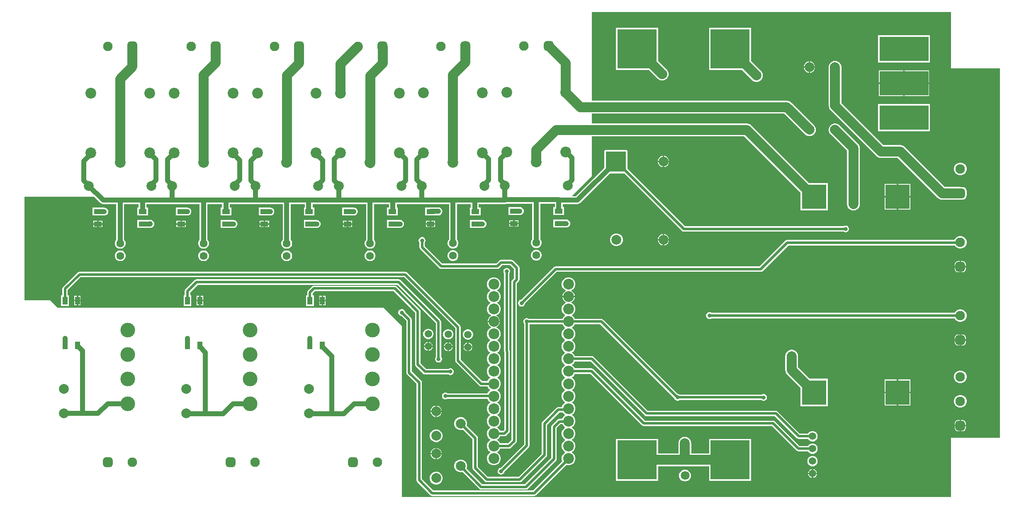
<source format=gtl>
G04*
G04 #@! TF.GenerationSoftware,Altium Limited,Altium Designer,22.10.1 (41)*
G04*
G04 Layer_Physical_Order=1*
G04 Layer_Color=255*
%FSLAX44Y44*%
%MOMM*%
G71*
G04*
G04 #@! TF.SameCoordinates,C9FDC906-5936-4CD8-A4FC-E9511144A6E8*
G04*
G04*
G04 #@! TF.FilePolarity,Positive*
G04*
G01*
G75*
%ADD11C,1.0000*%
%ADD12C,0.3000*%
%ADD16R,1.6000X1.0000*%
%ADD17R,1.0000X1.6000*%
%ADD33C,2.0000*%
%ADD34C,0.5000*%
%ADD35R,4.1440X4.1800*%
%ADD36C,2.0000*%
%ADD37C,1.8000*%
%ADD38R,10.0000X5.0000*%
%ADD39R,5.0000X5.0000*%
%ADD40C,1.5000*%
%ADD41C,1.6000*%
%ADD42C,2.2000*%
%ADD43C,1.9500*%
G04:AMPARAMS|DCode=44|XSize=1.95mm|YSize=1.95mm|CornerRadius=0.4875mm|HoleSize=0mm|Usage=FLASHONLY|Rotation=90.000|XOffset=0mm|YOffset=0mm|HoleType=Round|Shape=RoundedRectangle|*
%AMROUNDEDRECTD44*
21,1,1.9500,0.9750,0,0,90.0*
21,1,0.9750,1.9500,0,0,90.0*
1,1,0.9750,0.4875,0.4875*
1,1,0.9750,0.4875,-0.4875*
1,1,0.9750,-0.4875,-0.4875*
1,1,0.9750,-0.4875,0.4875*
%
%ADD44ROUNDEDRECTD44*%
%ADD45C,3.0000*%
G04:AMPARAMS|DCode=46|XSize=1.95mm|YSize=1.95mm|CornerRadius=0.4875mm|HoleSize=0mm|Usage=FLASHONLY|Rotation=0.000|XOffset=0mm|YOffset=0mm|HoleType=Round|Shape=RoundedRectangle|*
%AMROUNDEDRECTD46*
21,1,1.9500,0.9750,0,0,0.0*
21,1,0.9750,1.9500,0,0,0.0*
1,1,0.9750,0.4875,-0.4875*
1,1,0.9750,-0.4875,-0.4875*
1,1,0.9750,-0.4875,0.4875*
1,1,0.9750,0.4875,0.4875*
%
%ADD46ROUNDEDRECTD46*%
%ADD47R,8.0000X8.0000*%
%ADD48C,0.8000*%
G36*
X1895700Y880800D02*
X1995646D01*
Y125000D01*
X1895700D01*
Y4354D01*
X775100Y4354D01*
Y353700D01*
X738100Y390700D01*
X72100D01*
X56300Y406500D01*
X4354D01*
X4354Y618222D01*
X146367D01*
X159294Y605294D01*
X160965Y604012D01*
X162912Y603206D01*
X165000Y602931D01*
X191931D01*
Y530187D01*
X191198Y529454D01*
X189750Y526946D01*
X189000Y524148D01*
Y521252D01*
X189750Y518454D01*
X191198Y515946D01*
X193246Y513898D01*
X195754Y512450D01*
X198552Y511700D01*
X201448D01*
X204246Y512450D01*
X206754Y513898D01*
X208802Y515946D01*
X210250Y518454D01*
X211000Y521252D01*
Y524148D01*
X210250Y526946D01*
X208802Y529454D01*
X208069Y530187D01*
Y602931D01*
X237681D01*
Y595700D01*
X234750D01*
Y579700D01*
X245226D01*
X245750Y579631D01*
X246274Y579700D01*
X256750D01*
Y595700D01*
X253819D01*
Y602931D01*
X361931D01*
Y530187D01*
X361198Y529454D01*
X359750Y526946D01*
X359000Y524148D01*
Y521252D01*
X359750Y518454D01*
X361198Y515946D01*
X363246Y513898D01*
X365754Y512450D01*
X368552Y511700D01*
X371448D01*
X374246Y512450D01*
X376754Y513898D01*
X378802Y515946D01*
X380250Y518454D01*
X381000Y521252D01*
Y524148D01*
X380250Y526946D01*
X378802Y529454D01*
X378069Y530187D01*
Y602931D01*
X407731D01*
Y595700D01*
X404750D01*
Y579700D01*
X415276D01*
X415800Y579631D01*
X416324Y579700D01*
X426750D01*
Y595700D01*
X423869D01*
Y602931D01*
X531931D01*
Y530187D01*
X531198Y529454D01*
X529750Y526946D01*
X529000Y524148D01*
Y521252D01*
X529750Y518454D01*
X531198Y515946D01*
X533246Y513898D01*
X535754Y512450D01*
X538552Y511700D01*
X541448D01*
X544246Y512450D01*
X546754Y513898D01*
X548802Y515946D01*
X550250Y518454D01*
X551000Y521252D01*
Y524148D01*
X550250Y526946D01*
X548802Y529454D01*
X548069Y530187D01*
Y602931D01*
X576631D01*
Y595700D01*
X574750D01*
Y579700D01*
X584176D01*
X584700Y579631D01*
X585224Y579700D01*
X596750D01*
Y595700D01*
X592769D01*
Y602931D01*
X701931D01*
Y530187D01*
X701198Y529454D01*
X699750Y526946D01*
X699000Y524148D01*
Y521252D01*
X699750Y518454D01*
X701198Y515946D01*
X703246Y513898D01*
X705754Y512450D01*
X708552Y511700D01*
X711448D01*
X714246Y512450D01*
X716754Y513898D01*
X718802Y515946D01*
X720250Y518454D01*
X721000Y521252D01*
Y524148D01*
X720250Y526946D01*
X718802Y529454D01*
X718069Y530187D01*
Y602931D01*
X748631D01*
Y595700D01*
X744750D01*
Y579700D01*
X755226D01*
X755750Y579631D01*
X756700D01*
X757224Y579700D01*
X766750D01*
Y595700D01*
X764769D01*
Y602931D01*
X816950D01*
X817710Y603031D01*
X871195D01*
Y530287D01*
X870462Y529554D01*
X869014Y527046D01*
X868264Y524248D01*
Y521352D01*
X869014Y518554D01*
X870462Y516046D01*
X872510Y513998D01*
X875018Y512550D01*
X877816Y511800D01*
X880713D01*
X883510Y512550D01*
X886019Y513998D01*
X888066Y516046D01*
X889515Y518554D01*
X890264Y521352D01*
Y524248D01*
X889515Y527046D01*
X888066Y529554D01*
X887333Y530287D01*
Y603031D01*
X915895D01*
Y595800D01*
X914014D01*
Y579800D01*
X923440D01*
X923964Y579731D01*
X925014D01*
X925539Y579800D01*
X936014D01*
Y595800D01*
X932033D01*
Y602931D01*
X986000D01*
X988088Y603206D01*
X989839Y603931D01*
X1041231D01*
Y531187D01*
X1040498Y530454D01*
X1039050Y527946D01*
X1038300Y525148D01*
Y522252D01*
X1039050Y519454D01*
X1040498Y516946D01*
X1042546Y514898D01*
X1045054Y513450D01*
X1047852Y512700D01*
X1050748D01*
X1053546Y513450D01*
X1056054Y514898D01*
X1058102Y516946D01*
X1059550Y519454D01*
X1060300Y522252D01*
Y525148D01*
X1059550Y527946D01*
X1058102Y530454D01*
X1057369Y531187D01*
Y603931D01*
X1087131D01*
Y596700D01*
X1084050D01*
Y580700D01*
X1094526D01*
X1095050Y580631D01*
X1095200D01*
X1095724Y580700D01*
X1106050D01*
Y596700D01*
X1103269D01*
Y602931D01*
X1133300D01*
X1135388Y603206D01*
X1137335Y604012D01*
X1139006Y605294D01*
X1199252Y665541D01*
X1229328D01*
X1346735Y548135D01*
X1348554Y546919D01*
X1350700Y546492D01*
X1676413D01*
X1677998Y545577D01*
X1679778Y545100D01*
X1681622D01*
X1683402Y545577D01*
X1684998Y546499D01*
X1686301Y547802D01*
X1687223Y549398D01*
X1687700Y551178D01*
Y553022D01*
X1687223Y554802D01*
X1686301Y556398D01*
X1684998Y557701D01*
X1683402Y558623D01*
X1681622Y559100D01*
X1679778D01*
X1677998Y558623D01*
X1676413Y557708D01*
X1353023D01*
X1235599Y675132D01*
Y710400D01*
X1235366Y711571D01*
X1234703Y712563D01*
X1233710Y713226D01*
X1232540Y713459D01*
X1191100D01*
X1189930Y713226D01*
X1188937Y712563D01*
X1188274Y711571D01*
X1188041Y710400D01*
Y677152D01*
X1129958Y619069D01*
X1123228D01*
X1122742Y620242D01*
X1162600Y660100D01*
Y741388D01*
X1473669D01*
X1588700Y626357D01*
Y589900D01*
X1644700D01*
Y645900D01*
X1606243D01*
X1488372Y763772D01*
X1485656Y765855D01*
X1482494Y767165D01*
X1479100Y767612D01*
X1479100Y767612D01*
X1162600D01*
Y787888D01*
X1555569D01*
X1597728Y745728D01*
X1598410Y745205D01*
X1599018Y744597D01*
X1599762Y744168D01*
X1600444Y743644D01*
X1601238Y743316D01*
X1601982Y742886D01*
X1602812Y742663D01*
X1603606Y742335D01*
X1604458Y742222D01*
X1605289Y742000D01*
X1606148D01*
X1607000Y741888D01*
X1607852Y742000D01*
X1608712D01*
X1609542Y742222D01*
X1610394Y742335D01*
X1611188Y742663D01*
X1612018Y742886D01*
X1612762Y743316D01*
X1613556Y743644D01*
X1614238Y744168D01*
X1614982Y744597D01*
X1615590Y745205D01*
X1616272Y745728D01*
X1616795Y746410D01*
X1617403Y747018D01*
X1617832Y747762D01*
X1618356Y748444D01*
X1618684Y749238D01*
X1619114Y749982D01*
X1619337Y750812D01*
X1619665Y751606D01*
X1619778Y752458D01*
X1620000Y753288D01*
Y754148D01*
X1620112Y755000D01*
X1620000Y755852D01*
Y756712D01*
X1619778Y757542D01*
X1619665Y758394D01*
X1619337Y759188D01*
X1619114Y760018D01*
X1618684Y760762D01*
X1618356Y761556D01*
X1617832Y762238D01*
X1617403Y762982D01*
X1616795Y763590D01*
X1616272Y764272D01*
X1570272Y810272D01*
X1567556Y812355D01*
X1564394Y813665D01*
X1561000Y814112D01*
X1561000Y814112D01*
X1162600D01*
Y995646D01*
X1895700Y995646D01*
Y880800D01*
D02*
G37*
%LPC*%
G36*
X1853000Y948000D02*
X1747000D01*
Y892000D01*
X1853000D01*
Y948000D01*
D02*
G37*
G36*
X1608514Y894500D02*
X1608500D01*
Y884500D01*
X1618500D01*
Y884514D01*
X1617716Y887439D01*
X1616202Y890061D01*
X1614061Y892202D01*
X1611439Y893716D01*
X1608514Y894500D01*
D02*
G37*
G36*
X1605500D02*
X1605486D01*
X1602561Y893716D01*
X1599939Y892202D01*
X1597798Y890061D01*
X1596284Y887439D01*
X1595500Y884514D01*
Y884500D01*
X1605500D01*
Y894500D01*
D02*
G37*
G36*
X1618500Y881500D02*
X1608500D01*
Y871500D01*
X1608514D01*
X1611439Y872284D01*
X1614061Y873798D01*
X1616202Y875939D01*
X1617716Y878561D01*
X1618500Y881486D01*
Y881500D01*
D02*
G37*
G36*
X1605500D02*
X1595500D01*
Y881486D01*
X1596284Y878561D01*
X1597798Y875939D01*
X1599939Y873798D01*
X1602561Y872284D01*
X1605486Y871500D01*
X1605500D01*
Y881500D01*
D02*
G37*
G36*
X1298000Y963000D02*
X1212000D01*
Y877000D01*
X1279457D01*
X1296828Y859628D01*
X1296828Y859628D01*
X1299544Y857544D01*
X1302706Y856235D01*
X1304148Y856045D01*
X1304689Y855900D01*
X1305248D01*
X1306100Y855788D01*
X1306400D01*
X1307252Y855900D01*
X1308112D01*
X1308942Y856122D01*
X1309794Y856235D01*
X1310588Y856563D01*
X1311418Y856786D01*
X1312162Y857216D01*
X1312956Y857544D01*
X1313638Y858068D01*
X1314382Y858497D01*
X1314990Y859105D01*
X1315672Y859628D01*
X1316195Y860310D01*
X1316803Y860918D01*
X1317232Y861662D01*
X1317755Y862344D01*
X1318084Y863138D01*
X1318514Y863882D01*
X1318737Y864712D01*
X1319065Y865506D01*
X1319178Y866358D01*
X1319400Y867188D01*
Y868048D01*
X1319512Y868900D01*
X1319400Y869752D01*
Y870611D01*
X1319178Y871442D01*
X1319065Y872294D01*
X1318737Y873088D01*
X1318514Y873918D01*
X1318084Y874662D01*
X1317755Y875456D01*
X1317232Y876138D01*
X1316803Y876882D01*
X1316195Y877490D01*
X1315672Y878172D01*
X1314990Y878695D01*
X1314382Y879303D01*
X1314048Y879496D01*
X1298000Y895543D01*
Y963000D01*
D02*
G37*
G36*
X1488000D02*
X1402000D01*
Y877000D01*
X1469457D01*
X1488068Y858389D01*
X1488397Y857818D01*
X1489005Y857210D01*
X1489528Y856528D01*
X1490210Y856005D01*
X1490818Y855397D01*
X1491562Y854968D01*
X1492244Y854445D01*
X1493038Y854116D01*
X1493782Y853686D01*
X1494612Y853464D01*
X1495406Y853135D01*
X1496258Y853022D01*
X1497088Y852800D01*
X1497948D01*
X1498800Y852688D01*
X1499652Y852800D01*
X1500511D01*
X1501342Y853022D01*
X1502194Y853135D01*
X1502988Y853464D01*
X1503818Y853686D01*
X1504562Y854116D01*
X1505356Y854445D01*
X1506038Y854968D01*
X1506782Y855397D01*
X1507390Y856005D01*
X1508072Y856528D01*
X1508595Y857210D01*
X1509203Y857818D01*
X1509632Y858562D01*
X1510155Y859244D01*
X1510484Y860038D01*
X1510914Y860782D01*
X1511136Y861612D01*
X1511465Y862406D01*
X1511577Y863258D01*
X1511800Y864089D01*
Y864948D01*
X1511912Y865800D01*
Y866200D01*
X1511800Y867052D01*
Y867512D01*
X1511681Y867955D01*
X1511465Y869594D01*
X1510155Y872756D01*
X1508072Y875472D01*
X1508072Y875472D01*
X1488000Y895543D01*
Y963000D01*
D02*
G37*
G36*
X1851500Y876500D02*
X1801500D01*
Y851500D01*
X1851500D01*
Y876500D01*
D02*
G37*
G36*
X1798500D02*
X1748500D01*
Y851500D01*
X1798500D01*
Y876500D01*
D02*
G37*
G36*
X1851500Y848500D02*
X1801500D01*
Y823500D01*
X1851500D01*
Y848500D01*
D02*
G37*
G36*
X1798500D02*
X1748500D01*
Y823500D01*
X1798500D01*
Y848500D01*
D02*
G37*
G36*
X1853000Y808000D02*
X1747000D01*
Y752000D01*
X1853000D01*
Y808000D01*
D02*
G37*
G36*
X1310456Y701500D02*
X1310442D01*
Y691500D01*
X1320442D01*
Y691514D01*
X1319658Y694439D01*
X1318144Y697061D01*
X1316003Y699202D01*
X1313380Y700716D01*
X1310456Y701500D01*
D02*
G37*
G36*
X1307442D02*
X1307428D01*
X1304503Y700716D01*
X1301880Y699202D01*
X1299739Y697061D01*
X1298225Y694439D01*
X1297442Y691514D01*
Y691500D01*
X1307442D01*
Y701500D01*
D02*
G37*
G36*
X1320442Y688500D02*
X1310442D01*
Y678500D01*
X1310456D01*
X1313380Y679284D01*
X1316003Y680798D01*
X1318144Y682939D01*
X1319658Y685561D01*
X1320442Y688486D01*
Y688500D01*
D02*
G37*
G36*
X1307442D02*
X1297442D01*
Y688486D01*
X1298225Y685561D01*
X1299739Y682939D01*
X1301880Y680798D01*
X1304503Y679284D01*
X1307428Y678500D01*
X1307442D01*
Y688500D01*
D02*
G37*
G36*
X1916679Y687747D02*
X1913322D01*
X1910079Y686879D01*
X1907171Y685200D01*
X1904798Y682826D01*
X1903119Y679919D01*
X1902250Y676676D01*
Y673319D01*
X1903119Y670076D01*
X1904798Y667169D01*
X1907171Y664795D01*
X1910079Y663116D01*
X1913322Y662247D01*
X1916679D01*
X1919921Y663116D01*
X1922829Y664795D01*
X1925203Y667169D01*
X1926881Y670076D01*
X1927750Y673319D01*
Y676676D01*
X1926881Y679919D01*
X1925203Y682826D01*
X1922829Y685200D01*
X1919921Y686879D01*
X1916679Y687747D01*
D02*
G37*
G36*
X1813200Y644400D02*
X1788200D01*
Y619400D01*
X1813200D01*
Y644400D01*
D02*
G37*
G36*
X1785200D02*
X1760200D01*
Y619400D01*
X1785200D01*
Y644400D01*
D02*
G37*
G36*
X1659300Y895812D02*
X1658448Y895700D01*
X1657589D01*
X1656758Y895478D01*
X1655906Y895365D01*
X1655112Y895036D01*
X1654282Y894814D01*
X1653538Y894384D01*
X1652744Y894055D01*
X1652062Y893532D01*
X1651318Y893103D01*
X1650710Y892495D01*
X1650028Y891972D01*
X1649505Y891290D01*
X1648897Y890682D01*
X1648468Y889938D01*
X1647944Y889256D01*
X1647616Y888462D01*
X1647186Y887718D01*
X1646964Y886888D01*
X1646635Y886094D01*
X1646523Y885242D01*
X1646300Y884411D01*
Y883552D01*
X1646188Y882700D01*
Y804000D01*
X1646188Y804000D01*
X1646635Y800606D01*
X1647944Y797444D01*
X1650028Y794728D01*
X1743528Y701228D01*
X1743528Y701228D01*
X1746244Y699145D01*
X1749406Y697835D01*
X1752800Y697388D01*
X1786969D01*
X1868631Y615726D01*
X1868631Y615726D01*
X1871346Y613642D01*
X1874509Y612332D01*
X1877902Y611885D01*
X1877903Y611885D01*
X1915000D01*
X1917235Y612180D01*
X1919875D01*
X1921931Y612450D01*
X1923846Y613244D01*
X1925492Y614506D01*
X1926754Y616151D01*
X1927547Y618067D01*
X1927818Y620123D01*
Y622763D01*
X1928112Y624998D01*
X1927818Y627233D01*
Y629873D01*
X1927547Y631928D01*
X1926754Y633844D01*
X1925492Y635489D01*
X1923846Y636751D01*
X1921931Y637545D01*
X1919875Y637816D01*
X1917235D01*
X1915000Y638110D01*
X1883334D01*
X1801672Y719772D01*
X1798956Y721855D01*
X1795794Y723165D01*
X1792400Y723612D01*
X1792400Y723612D01*
X1758231D01*
X1672412Y809431D01*
Y882700D01*
X1672300Y883552D01*
Y884411D01*
X1672078Y885242D01*
X1671965Y886094D01*
X1671637Y886888D01*
X1671414Y887718D01*
X1670984Y888462D01*
X1670656Y889256D01*
X1670132Y889938D01*
X1669703Y890682D01*
X1669095Y891290D01*
X1668572Y891972D01*
X1667890Y892495D01*
X1667282Y893103D01*
X1666538Y893532D01*
X1665856Y894055D01*
X1665062Y894384D01*
X1664318Y894814D01*
X1663488Y895036D01*
X1662694Y895365D01*
X1661842Y895478D01*
X1661012Y895700D01*
X1660152D01*
X1659300Y895812D01*
D02*
G37*
G36*
X1813200Y616400D02*
X1788200D01*
Y591400D01*
X1813200D01*
Y616400D01*
D02*
G37*
G36*
X1785200D02*
X1760200D01*
Y591400D01*
X1785200D01*
Y616400D01*
D02*
G37*
G36*
X1659300Y767812D02*
X1658448Y767700D01*
X1657589D01*
X1656759Y767478D01*
X1655906Y767365D01*
X1655112Y767037D01*
X1654282Y766814D01*
X1653538Y766384D01*
X1652744Y766055D01*
X1652062Y765532D01*
X1651318Y765103D01*
X1650710Y764495D01*
X1650028Y763972D01*
X1649505Y763290D01*
X1648897Y762682D01*
X1648468Y761938D01*
X1647945Y761256D01*
X1647616Y760462D01*
X1647186Y759718D01*
X1646964Y758888D01*
X1646635Y758094D01*
X1646522Y757242D01*
X1646300Y756412D01*
Y755552D01*
X1646188Y754700D01*
X1646300Y753848D01*
Y752989D01*
X1646522Y752158D01*
X1646635Y751306D01*
X1646964Y750512D01*
X1647186Y749682D01*
X1647616Y748938D01*
X1647945Y748144D01*
X1648468Y747462D01*
X1648897Y746718D01*
X1649505Y746110D01*
X1650028Y745428D01*
X1683588Y711869D01*
Y602900D01*
X1684035Y599506D01*
X1685345Y596344D01*
X1687428Y593628D01*
X1690144Y591544D01*
X1693306Y590235D01*
X1696700Y589788D01*
X1700094Y590235D01*
X1703256Y591544D01*
X1705972Y593628D01*
X1708056Y596344D01*
X1709365Y599506D01*
X1709812Y602900D01*
Y717300D01*
X1709812Y717300D01*
X1709365Y720694D01*
X1708056Y723856D01*
X1705972Y726572D01*
X1668572Y763972D01*
X1667890Y764495D01*
X1667282Y765103D01*
X1666538Y765532D01*
X1665856Y766055D01*
X1665062Y766384D01*
X1664318Y766814D01*
X1663488Y767037D01*
X1662694Y767365D01*
X1661842Y767478D01*
X1661012Y767700D01*
X1660152D01*
X1659300Y767812D01*
D02*
G37*
G36*
X1015800Y596769D02*
X1003750D01*
X1003226Y596700D01*
X992550D01*
Y580700D01*
X1003226D01*
X1003750Y580631D01*
X1015800D01*
X1017888Y580906D01*
X1019835Y581712D01*
X1021506Y582994D01*
X1022788Y584665D01*
X1023594Y586612D01*
X1023869Y588700D01*
X1023594Y590788D01*
X1022788Y592734D01*
X1021506Y594406D01*
X1019835Y595688D01*
X1017888Y596494D01*
X1015800Y596769D01*
D02*
G37*
G36*
X849564Y595969D02*
X833614D01*
X832330Y595800D01*
X822514D01*
Y579800D01*
X844514D01*
Y579831D01*
X849564D01*
X851653Y580106D01*
X853599Y580912D01*
X855270Y582194D01*
X856552Y583866D01*
X857358Y585812D01*
X857633Y587900D01*
X857358Y589988D01*
X856552Y591935D01*
X855270Y593606D01*
X853599Y594888D01*
X851653Y595694D01*
X849564Y595969D01*
D02*
G37*
G36*
X676900Y595769D02*
X665650D01*
X665126Y595700D01*
X653250D01*
Y579700D01*
X664266D01*
X665550Y579531D01*
X666310Y579631D01*
X676900D01*
X678988Y579906D01*
X680935Y580712D01*
X682606Y581994D01*
X683888Y583666D01*
X684694Y585612D01*
X684969Y587700D01*
X684694Y589788D01*
X683888Y591735D01*
X682606Y593406D01*
X680935Y594688D01*
X678988Y595494D01*
X676900Y595769D01*
D02*
G37*
G36*
X505250Y595700D02*
X483250D01*
Y579700D01*
X493066D01*
X494350Y579531D01*
X506500D01*
X508588Y579806D01*
X510535Y580612D01*
X512206Y581894D01*
X513488Y583565D01*
X514294Y585512D01*
X514569Y587600D01*
X514294Y589688D01*
X513488Y591634D01*
X512206Y593306D01*
X510535Y594588D01*
X508588Y595394D01*
X506500Y595669D01*
X505250D01*
Y595700D01*
D02*
G37*
G36*
X335250D02*
X313250D01*
Y579700D01*
X323066D01*
X324350Y579531D01*
X337200D01*
X339288Y579806D01*
X341235Y580612D01*
X342906Y581894D01*
X344188Y583565D01*
X344994Y585512D01*
X345269Y587600D01*
X344994Y589688D01*
X344188Y591634D01*
X342906Y593306D01*
X341235Y594588D01*
X339288Y595394D01*
X337200Y595669D01*
X335250D01*
Y595700D01*
D02*
G37*
G36*
X165250D02*
X143250D01*
Y579700D01*
X153066D01*
X154350Y579531D01*
X167400D01*
X169488Y579806D01*
X171434Y580612D01*
X173106Y581894D01*
X174388Y583565D01*
X175194Y585512D01*
X175469Y587600D01*
X175194Y589688D01*
X174388Y591634D01*
X173106Y593306D01*
X171434Y594588D01*
X169488Y595394D01*
X167400Y595669D01*
X165250D01*
Y595700D01*
D02*
G37*
G36*
X1013050Y569800D02*
X1005050D01*
Y564800D01*
X1013050D01*
Y569800D01*
D02*
G37*
G36*
X1002050D02*
X994050D01*
Y564800D01*
X1002050D01*
Y569800D01*
D02*
G37*
G36*
X843014Y568900D02*
X835014D01*
Y563900D01*
X843014D01*
Y568900D01*
D02*
G37*
G36*
X832014D02*
X824014D01*
Y563900D01*
X832014D01*
Y568900D01*
D02*
G37*
G36*
X333750Y568800D02*
X325750D01*
Y563800D01*
X333750D01*
Y568800D01*
D02*
G37*
G36*
X322750D02*
X314750D01*
Y563800D01*
X322750D01*
Y568800D01*
D02*
G37*
G36*
X163750D02*
X155750D01*
Y563800D01*
X163750D01*
Y568800D01*
D02*
G37*
G36*
X152750D02*
X144750D01*
Y563800D01*
X152750D01*
Y568800D01*
D02*
G37*
G36*
X673750D02*
X665750D01*
Y563800D01*
X673750D01*
Y568800D01*
D02*
G37*
G36*
X662750D02*
X654750D01*
Y563800D01*
X662750D01*
Y568800D01*
D02*
G37*
G36*
X503750D02*
X495750D01*
Y563800D01*
X503750D01*
Y568800D01*
D02*
G37*
G36*
X492750D02*
X484750D01*
Y563800D01*
X492750D01*
Y568800D01*
D02*
G37*
G36*
X1013050Y561800D02*
X1005050D01*
Y556800D01*
X1013050D01*
Y561800D01*
D02*
G37*
G36*
X1002050D02*
X994050D01*
Y556800D01*
X1002050D01*
Y561800D01*
D02*
G37*
G36*
X843014Y560900D02*
X835014D01*
Y555900D01*
X843014D01*
Y560900D01*
D02*
G37*
G36*
X832014D02*
X824014D01*
Y555900D01*
X832014D01*
Y560900D01*
D02*
G37*
G36*
X673750Y560800D02*
X665750D01*
Y555800D01*
X673750D01*
Y560800D01*
D02*
G37*
G36*
X662750D02*
X654750D01*
Y555800D01*
X662750D01*
Y560800D01*
D02*
G37*
G36*
X503750Y560800D02*
X495750D01*
Y555800D01*
X503750D01*
Y560800D01*
D02*
G37*
G36*
X492750D02*
X484750D01*
Y555800D01*
X492750D01*
Y560800D01*
D02*
G37*
G36*
X333750Y560800D02*
X325750D01*
Y555800D01*
X333750D01*
Y560800D01*
D02*
G37*
G36*
X322750D02*
X314750D01*
Y555800D01*
X322750D01*
Y560800D01*
D02*
G37*
G36*
X163750Y560800D02*
X155750D01*
Y555800D01*
X163750D01*
Y560800D01*
D02*
G37*
G36*
X152750D02*
X144750D01*
Y555800D01*
X152750D01*
Y560800D01*
D02*
G37*
G36*
X1110500Y571369D02*
X1095050D01*
X1094526Y571300D01*
X1084050D01*
Y555300D01*
X1094526D01*
X1095050Y555231D01*
X1109840D01*
X1110600Y555131D01*
X1112688Y555406D01*
X1114634Y556212D01*
X1116306Y557494D01*
X1117588Y559165D01*
X1118394Y561112D01*
X1118669Y563200D01*
X1118394Y565288D01*
X1117588Y567234D01*
X1116306Y568906D01*
X1116206Y569006D01*
X1114535Y570288D01*
X1112588Y571094D01*
X1110500Y571369D01*
D02*
G37*
G36*
X939464Y570469D02*
X925014D01*
X924490Y570400D01*
X914014D01*
Y554400D01*
X924490D01*
X925014Y554331D01*
X938805D01*
X939564Y554231D01*
X941653Y554506D01*
X943599Y555312D01*
X945270Y556594D01*
X946552Y558265D01*
X947358Y560212D01*
X947633Y562300D01*
X947358Y564388D01*
X946552Y566334D01*
X945270Y568006D01*
X945170Y568106D01*
X943499Y569388D01*
X941553Y570194D01*
X939464Y570469D01*
D02*
G37*
G36*
X771200D02*
X770441Y570369D01*
X756150D01*
X755626Y570300D01*
X744750D01*
Y554300D01*
X755626D01*
X756150Y554231D01*
X771100D01*
X773188Y554506D01*
X775135Y555312D01*
X776806Y556594D01*
X776906Y556694D01*
X778188Y558366D01*
X778994Y560312D01*
X779269Y562400D01*
X778994Y564488D01*
X778188Y566435D01*
X776906Y568106D01*
X775235Y569388D01*
X773288Y570194D01*
X771200Y570469D01*
D02*
G37*
G36*
X601000Y570369D02*
X585750D01*
X585226Y570300D01*
X574750D01*
Y554300D01*
X585226D01*
X585750Y554231D01*
X601000D01*
X603088Y554506D01*
X605034Y555312D01*
X606706Y556594D01*
X607988Y558265D01*
X608794Y560212D01*
X609069Y562300D01*
X608794Y564388D01*
X607988Y566334D01*
X606706Y568006D01*
X605034Y569288D01*
X603088Y570094D01*
X601000Y570369D01*
D02*
G37*
G36*
X431400D02*
X415750D01*
X415226Y570300D01*
X404750D01*
Y554300D01*
X415226D01*
X415750Y554231D01*
X431400D01*
X433488Y554506D01*
X435434Y555312D01*
X437106Y556594D01*
X438388Y558265D01*
X439194Y560212D01*
X439469Y562300D01*
X439194Y564388D01*
X438388Y566334D01*
X437106Y568006D01*
X435434Y569288D01*
X433488Y570094D01*
X431400Y570369D01*
D02*
G37*
G36*
X261400Y570669D02*
X259312Y570394D01*
X259251Y570369D01*
X245750D01*
X245226Y570300D01*
X234750D01*
Y554300D01*
X245226D01*
X245750Y554231D01*
X261100D01*
X263188Y554506D01*
X265135Y555312D01*
X266806Y556594D01*
X267106Y556894D01*
X268388Y558565D01*
X269194Y560512D01*
X269469Y562600D01*
X269194Y564688D01*
X268388Y566634D01*
X267106Y568306D01*
X265434Y569588D01*
X263488Y570394D01*
X261400Y570669D01*
D02*
G37*
G36*
X1310456Y541500D02*
X1310442D01*
Y531500D01*
X1320442D01*
Y531514D01*
X1319658Y534439D01*
X1318144Y537061D01*
X1316003Y539202D01*
X1313380Y540716D01*
X1310456Y541500D01*
D02*
G37*
G36*
X1307442D02*
X1307428D01*
X1304503Y540716D01*
X1301880Y539202D01*
X1299739Y537061D01*
X1298225Y534439D01*
X1297442Y531514D01*
Y531500D01*
X1307442D01*
Y541500D01*
D02*
G37*
G36*
X1320442Y528500D02*
X1310442D01*
Y518500D01*
X1310456D01*
X1313380Y519284D01*
X1316003Y520798D01*
X1318144Y522939D01*
X1319658Y525561D01*
X1320442Y528486D01*
Y528500D01*
D02*
G37*
G36*
X1307442D02*
X1297442D01*
Y528486D01*
X1298225Y525561D01*
X1299739Y522939D01*
X1301880Y520798D01*
X1304503Y519284D01*
X1307428Y518500D01*
X1307442D01*
Y528500D01*
D02*
G37*
G36*
X1214653Y543000D02*
X1211230D01*
X1207924Y542114D01*
X1204959Y540403D01*
X1202539Y537982D01*
X1200828Y535018D01*
X1199942Y531712D01*
Y528288D01*
X1200828Y524982D01*
X1202539Y522018D01*
X1204959Y519597D01*
X1207924Y517886D01*
X1211230Y517000D01*
X1214653D01*
X1217960Y517886D01*
X1220924Y519597D01*
X1223344Y522018D01*
X1225056Y524982D01*
X1225942Y528288D01*
Y531712D01*
X1225056Y535018D01*
X1223344Y537982D01*
X1220924Y540403D01*
X1217960Y542114D01*
X1214653Y543000D01*
D02*
G37*
G36*
X1916679Y537747D02*
X1913322D01*
X1910079Y536879D01*
X1907171Y535200D01*
X1904798Y532826D01*
X1903119Y529919D01*
X1903036Y529608D01*
X1561500D01*
X1559354Y529181D01*
X1557535Y527965D01*
X1505077Y475508D01*
X1088800D01*
X1086654Y475081D01*
X1084835Y473865D01*
X1018366Y407397D01*
X1016598Y406923D01*
X1015002Y406001D01*
X1013699Y404698D01*
X1012777Y403102D01*
X1012300Y401322D01*
Y399478D01*
X1012777Y397698D01*
X1013699Y396102D01*
X1015002Y394799D01*
X1016598Y393877D01*
X1018378Y393400D01*
X1020222D01*
X1022002Y393877D01*
X1023598Y394799D01*
X1024901Y396102D01*
X1025823Y397698D01*
X1026297Y399466D01*
X1091123Y464292D01*
X1507400D01*
X1509546Y464719D01*
X1511365Y465935D01*
X1563823Y518392D01*
X1904091D01*
X1904798Y517169D01*
X1907171Y514795D01*
X1910079Y513116D01*
X1913322Y512248D01*
X1916679D01*
X1919921Y513116D01*
X1922829Y514795D01*
X1925203Y517169D01*
X1926881Y520076D01*
X1927750Y523319D01*
Y526676D01*
X1926881Y529919D01*
X1925203Y532826D01*
X1922829Y535200D01*
X1919921Y536879D01*
X1916679Y537747D01*
D02*
G37*
G36*
X1050748Y509300D02*
X1047852D01*
X1045054Y508550D01*
X1042546Y507102D01*
X1040498Y505054D01*
X1039050Y502546D01*
X1038300Y499748D01*
Y496852D01*
X1039050Y494054D01*
X1040498Y491546D01*
X1042546Y489498D01*
X1045054Y488050D01*
X1047852Y487300D01*
X1050748D01*
X1053546Y488050D01*
X1056054Y489498D01*
X1058102Y491546D01*
X1059550Y494054D01*
X1060300Y496852D01*
Y499748D01*
X1059550Y502546D01*
X1058102Y505054D01*
X1056054Y507102D01*
X1053546Y508550D01*
X1050748Y509300D01*
D02*
G37*
G36*
X880713Y508400D02*
X877816D01*
X875018Y507650D01*
X872510Y506202D01*
X870462Y504154D01*
X869014Y501646D01*
X868264Y498848D01*
Y495952D01*
X869014Y493154D01*
X870462Y490646D01*
X872510Y488598D01*
X875018Y487150D01*
X877816Y486400D01*
X880713D01*
X883510Y487150D01*
X886019Y488598D01*
X888066Y490646D01*
X889515Y493154D01*
X890264Y495952D01*
Y498848D01*
X889515Y501646D01*
X888066Y504154D01*
X886019Y506202D01*
X883510Y507650D01*
X880713Y508400D01*
D02*
G37*
G36*
X711448Y508300D02*
X708552D01*
X705754Y507550D01*
X703246Y506102D01*
X701198Y504054D01*
X699750Y501546D01*
X699000Y498748D01*
Y495852D01*
X699750Y493054D01*
X701198Y490546D01*
X703246Y488498D01*
X705754Y487050D01*
X708552Y486300D01*
X711448D01*
X714246Y487050D01*
X716754Y488498D01*
X718802Y490546D01*
X720250Y493054D01*
X721000Y495852D01*
Y498748D01*
X720250Y501546D01*
X718802Y504054D01*
X716754Y506102D01*
X714246Y507550D01*
X711448Y508300D01*
D02*
G37*
G36*
X541448D02*
X538552D01*
X535754Y507550D01*
X533246Y506102D01*
X531198Y504054D01*
X529750Y501546D01*
X529000Y498748D01*
Y495852D01*
X529750Y493054D01*
X531198Y490546D01*
X533246Y488498D01*
X535754Y487050D01*
X538552Y486300D01*
X541448D01*
X544246Y487050D01*
X546754Y488498D01*
X548802Y490546D01*
X550250Y493054D01*
X551000Y495852D01*
Y498748D01*
X550250Y501546D01*
X548802Y504054D01*
X546754Y506102D01*
X544246Y507550D01*
X541448Y508300D01*
D02*
G37*
G36*
X371448D02*
X368552D01*
X365754Y507550D01*
X363246Y506102D01*
X361198Y504054D01*
X359750Y501546D01*
X359000Y498748D01*
Y495852D01*
X359750Y493054D01*
X361198Y490546D01*
X363246Y488498D01*
X365754Y487050D01*
X368552Y486300D01*
X371448D01*
X374246Y487050D01*
X376754Y488498D01*
X378802Y490546D01*
X380250Y493054D01*
X381000Y495852D01*
Y498748D01*
X380250Y501546D01*
X378802Y504054D01*
X376754Y506102D01*
X374246Y507550D01*
X371448Y508300D01*
D02*
G37*
G36*
X201448D02*
X198552D01*
X195754Y507550D01*
X193246Y506102D01*
X191198Y504054D01*
X189750Y501546D01*
X189000Y498748D01*
Y495852D01*
X189750Y493054D01*
X191198Y490546D01*
X193246Y488498D01*
X195754Y487050D01*
X198552Y486300D01*
X201448D01*
X204246Y487050D01*
X206754Y488498D01*
X208802Y490546D01*
X210250Y493054D01*
X211000Y495852D01*
Y498748D01*
X210250Y501546D01*
X208802Y504054D01*
X206754Y506102D01*
X204246Y507550D01*
X201448Y508300D01*
D02*
G37*
G36*
X1919875Y486372D02*
X1916500D01*
Y476498D01*
X1926375D01*
Y479873D01*
X1925880Y482360D01*
X1924471Y484469D01*
X1922363Y485878D01*
X1919875Y486372D01*
D02*
G37*
G36*
X1913500D02*
X1910125D01*
X1907638Y485878D01*
X1905529Y484469D01*
X1904120Y482360D01*
X1903625Y479873D01*
Y476498D01*
X1913500D01*
Y486372D01*
D02*
G37*
G36*
X1926375Y473498D02*
X1916500D01*
Y463623D01*
X1919875D01*
X1922363Y464118D01*
X1924471Y465527D01*
X1925880Y467635D01*
X1926375Y470123D01*
Y473498D01*
D02*
G37*
G36*
X1913500D02*
X1903625D01*
Y470123D01*
X1904120Y467635D01*
X1905529Y465527D01*
X1907638Y464118D01*
X1910125Y463623D01*
X1913500D01*
Y473498D01*
D02*
G37*
G36*
X1117043Y453205D02*
X1113357D01*
X1109796Y452251D01*
X1106604Y450408D01*
X1103997Y447801D01*
X1102154Y444609D01*
X1101200Y441048D01*
Y437362D01*
X1102154Y433801D01*
X1103997Y430609D01*
X1106604Y428002D01*
X1109466Y426350D01*
X1109612Y425317D01*
X1109525Y424917D01*
X1107525Y423763D01*
X1105198Y421435D01*
X1103552Y418585D01*
X1102700Y415406D01*
Y415260D01*
X1115200D01*
X1127700D01*
Y415406D01*
X1126848Y418585D01*
X1125202Y421435D01*
X1122875Y423763D01*
X1120875Y424917D01*
X1120788Y425317D01*
X1120934Y426350D01*
X1123796Y428002D01*
X1126403Y430609D01*
X1128246Y433801D01*
X1129200Y437362D01*
Y441048D01*
X1128246Y444609D01*
X1126403Y447801D01*
X1123796Y450408D01*
X1120604Y452251D01*
X1117043Y453205D01*
D02*
G37*
G36*
X619200Y415250D02*
X614200D01*
Y407250D01*
X619200D01*
Y415250D01*
D02*
G37*
G36*
X369200D02*
X364200D01*
Y407250D01*
X369200D01*
Y415250D01*
D02*
G37*
G36*
X119200D02*
X114200D01*
Y407250D01*
X119200D01*
Y415250D01*
D02*
G37*
G36*
X361200D02*
X356200D01*
Y407250D01*
X361200D01*
Y415250D01*
D02*
G37*
G36*
X111200D02*
X106200D01*
Y407250D01*
X111200D01*
Y415250D01*
D02*
G37*
G36*
X611200D02*
X606200D01*
Y407250D01*
X611200D01*
Y415250D01*
D02*
G37*
G36*
X619200Y404250D02*
X614200D01*
Y396250D01*
X619200D01*
Y404250D01*
D02*
G37*
G36*
X611200D02*
X606200D01*
Y396250D01*
X611200D01*
Y404250D01*
D02*
G37*
G36*
X369200D02*
X364200D01*
Y396250D01*
X369200D01*
Y404250D01*
D02*
G37*
G36*
X361200D02*
X356200D01*
Y396250D01*
X361200D01*
Y404250D01*
D02*
G37*
G36*
X119200D02*
X114200D01*
Y396250D01*
X119200D01*
Y404250D01*
D02*
G37*
G36*
X111200D02*
X106200D01*
Y396250D01*
X111200D01*
Y404250D01*
D02*
G37*
G36*
X1916679Y387747D02*
X1913322D01*
X1910079Y386879D01*
X1907171Y385200D01*
X1904798Y382826D01*
X1903515Y380605D01*
X1407291D01*
X1405702Y381523D01*
X1403922Y382000D01*
X1402078D01*
X1400298Y381523D01*
X1398702Y380601D01*
X1397399Y379298D01*
X1396477Y377702D01*
X1396000Y375922D01*
Y374078D01*
X1396477Y372298D01*
X1397399Y370702D01*
X1398702Y369399D01*
X1400298Y368477D01*
X1402078Y368000D01*
X1403922D01*
X1405702Y368477D01*
X1407283Y369390D01*
X1903515D01*
X1904798Y367169D01*
X1907171Y364795D01*
X1910079Y363116D01*
X1913322Y362248D01*
X1916679D01*
X1919921Y363116D01*
X1922829Y364795D01*
X1925203Y367169D01*
X1926881Y370076D01*
X1927750Y373319D01*
Y376676D01*
X1926881Y379919D01*
X1925203Y382826D01*
X1922829Y385200D01*
X1919921Y386879D01*
X1916679Y387747D01*
D02*
G37*
G36*
X1127700Y412260D02*
X1115200D01*
X1102700D01*
Y412114D01*
X1103552Y408935D01*
X1105198Y406085D01*
X1107525Y403758D01*
X1109525Y402603D01*
X1109612Y402203D01*
X1109466Y401170D01*
X1106604Y399518D01*
X1103997Y396911D01*
X1102154Y393719D01*
X1101200Y390158D01*
Y386472D01*
X1102154Y382911D01*
X1103997Y379719D01*
X1106604Y377112D01*
X1108136Y376227D01*
Y374958D01*
X1106604Y374073D01*
X1103997Y371466D01*
X1102272Y368478D01*
X1034287D01*
X1032702Y369393D01*
X1030922Y369870D01*
X1029078D01*
X1027298Y369393D01*
X1025702Y368471D01*
X1024399Y367168D01*
X1023477Y365572D01*
X1023000Y363792D01*
Y361949D01*
X1023477Y360168D01*
X1024392Y358583D01*
Y111623D01*
X976566Y63797D01*
X974798Y63323D01*
X973202Y62401D01*
X971899Y61098D01*
X970977Y59502D01*
X970500Y57722D01*
Y55878D01*
X970977Y54098D01*
X971899Y52502D01*
X973202Y51199D01*
X974798Y50277D01*
X976578Y49800D01*
X978422D01*
X980202Y50277D01*
X981798Y51199D01*
X983101Y52502D01*
X984023Y54098D01*
X984497Y55866D01*
X1033965Y105335D01*
X1035181Y107154D01*
X1035608Y109300D01*
Y357262D01*
X1102272D01*
X1103997Y354274D01*
X1106604Y351667D01*
X1108136Y350783D01*
Y349512D01*
X1106604Y348628D01*
X1103997Y346021D01*
X1102154Y342829D01*
X1101200Y339268D01*
Y335582D01*
X1102154Y332021D01*
X1103997Y328829D01*
X1106604Y326222D01*
X1108136Y325337D01*
Y324067D01*
X1106604Y323183D01*
X1103997Y320576D01*
X1102154Y317384D01*
X1101200Y313823D01*
Y310137D01*
X1102154Y306576D01*
X1103997Y303384D01*
X1106604Y300777D01*
X1108136Y299893D01*
Y298622D01*
X1106604Y297738D01*
X1103997Y295131D01*
X1102154Y291939D01*
X1101200Y288378D01*
Y284692D01*
X1102154Y281131D01*
X1103997Y277939D01*
X1106604Y275332D01*
X1108136Y274447D01*
Y273178D01*
X1106604Y272293D01*
X1103997Y269686D01*
X1102154Y266494D01*
X1101200Y262933D01*
Y259247D01*
X1102154Y255686D01*
X1103997Y252494D01*
X1106604Y249887D01*
X1108136Y249002D01*
Y247733D01*
X1106604Y246848D01*
X1103997Y244241D01*
X1102154Y241049D01*
X1101200Y237488D01*
Y233802D01*
X1102154Y230241D01*
X1103997Y227049D01*
X1106604Y224442D01*
X1108136Y223557D01*
Y222288D01*
X1106604Y221403D01*
X1103997Y218796D01*
X1102154Y215604D01*
X1101200Y212043D01*
Y208357D01*
X1102154Y204796D01*
X1103997Y201604D01*
X1106604Y198997D01*
X1108136Y198113D01*
Y196842D01*
X1106604Y195958D01*
X1103997Y193351D01*
X1102154Y190159D01*
X1101593Y188067D01*
X1094439D01*
X1092293Y187640D01*
X1090473Y186424D01*
X1061935Y157886D01*
X1060719Y156066D01*
X1060292Y153920D01*
Y92423D01*
X1013477Y45608D01*
X950523D01*
X930308Y65823D01*
Y124600D01*
X929881Y126746D01*
X928665Y128565D01*
X907290Y149940D01*
X908000Y152589D01*
Y156011D01*
X907114Y159318D01*
X905403Y162282D01*
X902982Y164703D01*
X900018Y166414D01*
X896712Y167300D01*
X893288D01*
X889982Y166414D01*
X887018Y164703D01*
X884597Y162282D01*
X882886Y159318D01*
X882000Y156011D01*
Y152589D01*
X882886Y149282D01*
X884597Y146318D01*
X887018Y143897D01*
X889982Y142186D01*
X893288Y141300D01*
X896712D01*
X899360Y142010D01*
X919092Y122277D01*
Y63500D01*
X919519Y61354D01*
X920735Y59535D01*
X944235Y36035D01*
X946054Y34819D01*
X948200Y34392D01*
X1015800D01*
X1017946Y34819D01*
X1019765Y36035D01*
X1069865Y86135D01*
X1071081Y87954D01*
X1071508Y90100D01*
Y151597D01*
X1096761Y176851D01*
X1103597D01*
X1103997Y176159D01*
X1106604Y173552D01*
X1108136Y172668D01*
Y171397D01*
X1106604Y170513D01*
X1103997Y167906D01*
X1102154Y164714D01*
X1101997Y164128D01*
X1096420D01*
X1094274Y163701D01*
X1092455Y162486D01*
X1081535Y151565D01*
X1080319Y149746D01*
X1079892Y147600D01*
Y84223D01*
X1025877Y30208D01*
X939423D01*
X907053Y62577D01*
X907114Y62682D01*
X908000Y65988D01*
Y69412D01*
X907114Y72718D01*
X905403Y75682D01*
X902982Y78103D01*
X900018Y79814D01*
X896712Y80700D01*
X893288D01*
X889982Y79814D01*
X887018Y78103D01*
X884597Y75682D01*
X882886Y72718D01*
X882000Y69412D01*
Y65988D01*
X882886Y62682D01*
X884597Y59718D01*
X887018Y57297D01*
X889982Y55586D01*
X893288Y54700D01*
X896712D01*
X898571Y55198D01*
X933135Y20635D01*
X934954Y19419D01*
X937100Y18992D01*
X1028200D01*
X1030346Y19419D01*
X1032165Y20635D01*
X1089465Y77935D01*
X1090681Y79754D01*
X1091108Y81900D01*
Y145277D01*
X1098743Y152913D01*
X1102728D01*
X1103997Y150714D01*
X1106604Y148107D01*
X1108136Y147222D01*
Y145953D01*
X1106604Y145068D01*
X1103997Y142461D01*
X1102154Y139269D01*
X1101200Y135708D01*
Y132022D01*
X1102154Y128461D01*
X1103997Y125269D01*
X1106604Y122662D01*
X1108136Y121777D01*
Y120507D01*
X1106604Y119623D01*
X1103997Y117016D01*
X1102154Y113824D01*
X1101200Y110263D01*
Y106577D01*
X1102154Y103016D01*
X1103997Y99824D01*
X1106604Y97217D01*
X1108136Y96333D01*
Y95063D01*
X1106604Y94178D01*
X1103997Y91571D01*
X1102154Y88379D01*
X1101200Y84818D01*
Y81132D01*
X1102154Y77571D01*
X1102332Y77263D01*
X1042445Y17376D01*
X839455D01*
X816008Y40823D01*
Y237800D01*
X815581Y239946D01*
X814365Y241765D01*
X795308Y260823D01*
Y366800D01*
X794881Y368946D01*
X793665Y370765D01*
X781514Y382917D01*
X781223Y384002D01*
X780301Y385598D01*
X778998Y386901D01*
X777402Y387823D01*
X775622Y388300D01*
X773778D01*
X771998Y387823D01*
X770402Y386901D01*
X769099Y385598D01*
X768177Y384002D01*
X767700Y382222D01*
Y380378D01*
X768177Y378598D01*
X769099Y377002D01*
X770402Y375699D01*
X771998Y374777D01*
X773778Y374300D01*
X774269D01*
X784092Y364477D01*
Y258500D01*
X784519Y256354D01*
X785735Y254535D01*
X804792Y235477D01*
Y38500D01*
X805219Y36354D01*
X806435Y34535D01*
X833167Y7803D01*
X834986Y6587D01*
X837132Y6160D01*
X1044768D01*
X1046914Y6587D01*
X1048733Y7803D01*
X1110635Y69704D01*
X1113357Y68975D01*
X1117043D01*
X1120604Y69929D01*
X1123796Y71772D01*
X1126403Y74379D01*
X1128246Y77571D01*
X1129200Y81132D01*
Y84818D01*
X1128246Y88379D01*
X1126403Y91571D01*
X1123796Y94178D01*
X1122264Y95063D01*
Y96333D01*
X1123796Y97217D01*
X1126403Y99824D01*
X1128246Y103016D01*
X1129200Y106577D01*
Y110263D01*
X1128246Y113824D01*
X1126403Y117016D01*
X1123796Y119623D01*
X1122264Y120507D01*
Y121777D01*
X1123796Y122662D01*
X1126403Y125269D01*
X1128246Y128461D01*
X1129200Y132022D01*
Y135708D01*
X1128246Y139269D01*
X1126403Y142461D01*
X1123796Y145068D01*
X1122264Y145953D01*
Y147222D01*
X1123796Y148107D01*
X1126403Y150714D01*
X1128246Y153906D01*
X1129200Y157467D01*
Y161153D01*
X1128246Y164714D01*
X1126403Y167906D01*
X1123796Y170513D01*
X1122264Y171397D01*
Y172668D01*
X1123796Y173552D01*
X1126403Y176159D01*
X1128246Y179351D01*
X1129200Y182912D01*
Y186598D01*
X1128246Y190159D01*
X1126403Y193351D01*
X1123796Y195958D01*
X1122264Y196842D01*
Y198113D01*
X1123796Y198997D01*
X1126403Y201604D01*
X1128246Y204796D01*
X1129200Y208357D01*
Y212043D01*
X1128246Y215604D01*
X1126403Y218796D01*
X1123796Y221403D01*
X1122264Y222288D01*
Y223557D01*
X1123796Y224442D01*
X1126403Y227049D01*
X1128246Y230241D01*
X1129200Y233802D01*
Y237488D01*
X1128246Y241049D01*
X1126403Y244241D01*
X1123796Y246848D01*
X1122264Y247733D01*
Y249002D01*
X1123796Y249887D01*
X1126403Y252494D01*
X1128246Y255686D01*
X1128328Y255992D01*
X1159473D01*
X1264831Y150635D01*
X1266650Y149419D01*
X1268796Y148992D01*
X1530677D01*
X1580735Y98935D01*
X1582554Y97719D01*
X1584700Y97292D01*
X1604313D01*
X1604798Y96453D01*
X1606753Y94498D01*
X1609147Y93116D01*
X1611818Y92400D01*
X1614582D01*
X1617253Y93116D01*
X1619647Y94498D01*
X1621602Y96453D01*
X1622984Y98847D01*
X1623700Y101518D01*
Y104282D01*
X1622984Y106953D01*
X1621602Y109347D01*
X1619647Y111302D01*
X1617253Y112684D01*
X1614582Y113400D01*
X1611818D01*
X1609147Y112684D01*
X1606753Y111302D01*
X1604798Y109347D01*
X1604313Y108508D01*
X1587023D01*
X1536965Y158565D01*
X1535146Y159781D01*
X1533000Y160208D01*
X1271119D01*
X1165762Y265565D01*
X1163942Y266781D01*
X1161796Y267208D01*
X1127834D01*
X1126403Y269686D01*
X1123796Y272293D01*
X1122264Y273178D01*
Y274447D01*
X1123796Y275332D01*
X1126403Y277939D01*
X1128128Y280927D01*
X1160742D01*
X1270835Y170835D01*
X1272654Y169619D01*
X1274800Y169192D01*
X1536077D01*
X1580935Y124335D01*
X1582754Y123119D01*
X1584900Y122692D01*
X1604313D01*
X1604798Y121853D01*
X1606753Y119898D01*
X1609147Y118516D01*
X1611818Y117800D01*
X1614582D01*
X1617253Y118516D01*
X1619647Y119898D01*
X1621602Y121853D01*
X1622984Y124247D01*
X1623700Y126918D01*
Y129682D01*
X1622984Y132353D01*
X1621602Y134747D01*
X1619647Y136702D01*
X1617253Y138084D01*
X1614582Y138800D01*
X1611818D01*
X1609147Y138084D01*
X1606753Y136702D01*
X1604798Y134747D01*
X1604313Y133908D01*
X1587223D01*
X1542365Y178765D01*
X1540546Y179981D01*
X1538400Y180408D01*
X1277123D01*
X1167030Y290500D01*
X1165211Y291716D01*
X1163065Y292143D01*
X1128128D01*
X1126403Y295131D01*
X1123796Y297738D01*
X1122264Y298622D01*
Y299893D01*
X1123796Y300777D01*
X1126403Y303384D01*
X1128246Y306576D01*
X1129200Y310137D01*
Y313823D01*
X1128246Y317384D01*
X1126403Y320576D01*
X1123796Y323183D01*
X1122264Y324067D01*
Y325337D01*
X1123796Y326222D01*
X1126403Y328829D01*
X1128246Y332021D01*
X1129200Y335582D01*
Y339268D01*
X1128246Y342829D01*
X1126403Y346021D01*
X1123796Y348628D01*
X1122264Y349512D01*
Y350783D01*
X1123796Y351667D01*
X1126403Y354274D01*
X1128128Y357262D01*
X1179707D01*
X1331068Y205902D01*
X1331283Y205098D01*
X1332204Y203502D01*
X1333508Y202199D01*
X1335104Y201277D01*
X1336884Y200800D01*
X1338727D01*
X1340508Y201277D01*
X1342093Y202192D01*
X1508808D01*
X1509002Y201999D01*
X1510598Y201077D01*
X1512378Y200600D01*
X1514222D01*
X1516002Y201077D01*
X1517598Y201999D01*
X1518901Y203302D01*
X1519823Y204898D01*
X1520300Y206678D01*
Y208522D01*
X1519823Y210302D01*
X1518901Y211898D01*
X1517598Y213201D01*
X1516002Y214123D01*
X1514222Y214600D01*
X1512378D01*
X1510598Y214123D01*
X1509359Y213408D01*
X1342093D01*
X1340508Y214323D01*
X1338727Y214800D01*
X1338031D01*
X1185995Y366835D01*
X1184176Y368051D01*
X1182030Y368478D01*
X1128128D01*
X1126403Y371466D01*
X1123796Y374073D01*
X1122264Y374958D01*
Y376227D01*
X1123796Y377112D01*
X1126403Y379719D01*
X1128246Y382911D01*
X1129200Y386472D01*
Y390158D01*
X1128246Y393719D01*
X1126403Y396911D01*
X1123796Y399518D01*
X1120934Y401170D01*
X1120788Y402203D01*
X1120875Y402603D01*
X1122875Y403758D01*
X1125202Y406085D01*
X1126848Y408935D01*
X1127700Y412114D01*
Y412260D01*
D02*
G37*
G36*
X964373Y453205D02*
X960687D01*
X957126Y452251D01*
X953934Y450408D01*
X951327Y447801D01*
X949484Y444609D01*
X948530Y441048D01*
Y437362D01*
X949484Y433801D01*
X951327Y430609D01*
X953934Y428002D01*
X955466Y427118D01*
Y425848D01*
X953934Y424963D01*
X951327Y422356D01*
X949484Y419164D01*
X948530Y415603D01*
Y411917D01*
X949484Y408356D01*
X951327Y405164D01*
X953934Y402557D01*
X955466Y401673D01*
Y400402D01*
X953934Y399518D01*
X951327Y396911D01*
X949484Y393719D01*
X948530Y390158D01*
Y386472D01*
X949484Y382911D01*
X951327Y379719D01*
X953934Y377112D01*
X956796Y375460D01*
X956942Y374427D01*
X956855Y374027D01*
X954855Y372873D01*
X952527Y370545D01*
X950882Y367695D01*
X950030Y364516D01*
Y364370D01*
X962530D01*
X975030D01*
Y364516D01*
X974178Y367695D01*
X972533Y370545D01*
X970205Y372873D01*
X968205Y374027D01*
X968118Y374427D01*
X968264Y375460D01*
X971126Y377112D01*
X973733Y379719D01*
X975576Y382911D01*
X976530Y386472D01*
Y390158D01*
X975576Y393719D01*
X973733Y396911D01*
X971126Y399518D01*
X969594Y400402D01*
Y401673D01*
X971126Y402557D01*
X973733Y405164D01*
X975576Y408356D01*
X976530Y411917D01*
Y415603D01*
X975576Y419164D01*
X973733Y422356D01*
X971126Y424963D01*
X969594Y425848D01*
Y427118D01*
X971126Y428002D01*
X973733Y430609D01*
X975576Y433801D01*
X976530Y437362D01*
Y441048D01*
X975576Y444609D01*
X973733Y447801D01*
X971126Y450408D01*
X967934Y452251D01*
X964373Y453205D01*
D02*
G37*
G36*
X830282Y348100D02*
X827518D01*
X824847Y347384D01*
X822453Y346002D01*
X820498Y344047D01*
X819116Y341653D01*
X818400Y338982D01*
Y336218D01*
X819116Y333547D01*
X820498Y331153D01*
X822453Y329198D01*
X824847Y327816D01*
X827518Y327100D01*
X830282D01*
X832953Y327816D01*
X835347Y329198D01*
X837302Y331153D01*
X838684Y333547D01*
X839400Y336218D01*
Y338982D01*
X838684Y341653D01*
X837302Y344047D01*
X835347Y346002D01*
X832953Y347384D01*
X830282Y348100D01*
D02*
G37*
G36*
X1919875Y336372D02*
X1916500D01*
Y326498D01*
X1926375D01*
Y329873D01*
X1925880Y332360D01*
X1924471Y334469D01*
X1922363Y335878D01*
X1919875Y336372D01*
D02*
G37*
G36*
X1913500D02*
X1910125D01*
X1907638Y335878D01*
X1905529Y334469D01*
X1904120Y332360D01*
X1903625Y329873D01*
Y326498D01*
X1913500D01*
Y336372D01*
D02*
G37*
G36*
X870926Y347300D02*
X868161D01*
X865490Y346584D01*
X863096Y345202D01*
X861141Y343247D01*
X859759Y340853D01*
X859043Y338182D01*
Y335418D01*
X859759Y332747D01*
X861141Y330353D01*
X863096Y328398D01*
X865490Y327016D01*
X868161Y326300D01*
X870926D01*
X873596Y327016D01*
X875990Y328398D01*
X877945Y330353D01*
X879328Y332747D01*
X880043Y335418D01*
Y338182D01*
X879328Y340853D01*
X877945Y343247D01*
X875990Y345202D01*
X873596Y346584D01*
X870926Y347300D01*
D02*
G37*
G36*
X911182Y346900D02*
X908418D01*
X905747Y346184D01*
X903353Y344802D01*
X901398Y342847D01*
X900016Y340453D01*
X899300Y337782D01*
Y335018D01*
X900016Y332347D01*
X901398Y329953D01*
X903353Y327998D01*
X905747Y326616D01*
X908418Y325900D01*
X911182D01*
X913853Y326616D01*
X916247Y327998D01*
X918202Y329953D01*
X919584Y332347D01*
X920300Y335018D01*
Y337782D01*
X919584Y340453D01*
X918202Y342847D01*
X916247Y344802D01*
X913853Y346184D01*
X911182Y346900D01*
D02*
G37*
G36*
X830400Y321116D02*
Y313700D01*
X837815D01*
X837287Y315674D01*
X836102Y317726D01*
X834426Y319402D01*
X832374Y320587D01*
X830400Y321116D01*
D02*
G37*
G36*
X827400D02*
X825426Y320587D01*
X823374Y319402D01*
X821698Y317726D01*
X820513Y315674D01*
X819985Y313700D01*
X827400D01*
Y321116D01*
D02*
G37*
G36*
X1926375Y323498D02*
X1916500D01*
Y313623D01*
X1919875D01*
X1922363Y314118D01*
X1924471Y315527D01*
X1925880Y317635D01*
X1926375Y320123D01*
Y323498D01*
D02*
G37*
G36*
X1913500D02*
X1903625D01*
Y320123D01*
X1904120Y317635D01*
X1905529Y315527D01*
X1907638Y314118D01*
X1910125Y313623D01*
X1913500D01*
Y323498D01*
D02*
G37*
G36*
X871043Y320316D02*
Y312900D01*
X878459D01*
X877930Y314874D01*
X876745Y316926D01*
X875069Y318602D01*
X873017Y319787D01*
X871043Y320316D01*
D02*
G37*
G36*
X868043Y320316D02*
X866069Y319787D01*
X864017Y318602D01*
X862341Y316926D01*
X861156Y314874D01*
X860628Y312900D01*
X868043D01*
Y320316D01*
D02*
G37*
G36*
X911300Y319916D02*
Y312500D01*
X918716D01*
X918187Y314474D01*
X917002Y316526D01*
X915326Y318202D01*
X913274Y319387D01*
X911300Y319916D01*
D02*
G37*
G36*
X908300Y319916D02*
X906326Y319387D01*
X904274Y318202D01*
X902598Y316526D01*
X901413Y314474D01*
X900884Y312500D01*
X908300D01*
Y319916D01*
D02*
G37*
G36*
X837815Y310700D02*
X830400D01*
Y303284D01*
X832374Y303813D01*
X834426Y304998D01*
X836102Y306674D01*
X837287Y308726D01*
X837815Y310700D01*
D02*
G37*
G36*
X827400D02*
X819984D01*
X820513Y308726D01*
X821698Y306674D01*
X823374Y304998D01*
X825426Y303813D01*
X827400Y303284D01*
Y310700D01*
D02*
G37*
G36*
X878459Y309900D02*
X871043D01*
Y302484D01*
X873017Y303013D01*
X875069Y304198D01*
X876745Y305874D01*
X877930Y307926D01*
X878459Y309900D01*
D02*
G37*
G36*
X868043D02*
X860628D01*
X861156Y307926D01*
X862341Y305874D01*
X864017Y304198D01*
X866069Y303013D01*
X868043Y302484D01*
Y309900D01*
D02*
G37*
G36*
X908300Y309500D02*
X900884D01*
X901413Y307526D01*
X902598Y305474D01*
X904274Y303798D01*
X906326Y302613D01*
X908300Y302085D01*
Y309500D01*
D02*
G37*
G36*
X918716D02*
X911300D01*
Y302084D01*
X913274Y302613D01*
X915326Y303798D01*
X917002Y305474D01*
X918187Y307526D01*
X918716Y309500D01*
D02*
G37*
G36*
X768200Y449108D02*
X355958D01*
X353812Y448681D01*
X351993Y447465D01*
X333335Y428807D01*
X332119Y426988D01*
X331692Y424842D01*
Y416750D01*
X329300D01*
Y394750D01*
X345300D01*
Y416750D01*
X342908D01*
Y422519D01*
X358281Y437892D01*
X765877D01*
X844192Y359577D01*
Y290387D01*
X843277Y288802D01*
X842800Y287022D01*
Y285178D01*
X843277Y283398D01*
X844199Y281802D01*
X845502Y280499D01*
X847098Y279577D01*
X848878Y279100D01*
X850722D01*
X852502Y279577D01*
X854098Y280499D01*
X855401Y281802D01*
X856323Y283398D01*
X856800Y285178D01*
Y287022D01*
X856323Y288802D01*
X855408Y290387D01*
Y361900D01*
X854981Y364046D01*
X853765Y365865D01*
X772165Y447465D01*
X770346Y448681D01*
X768200Y449108D01*
D02*
G37*
G36*
X760500Y436108D02*
X595100D01*
X592954Y435681D01*
X591135Y434465D01*
X583335Y426665D01*
X582119Y424846D01*
X581692Y422700D01*
Y416750D01*
X579300D01*
Y394750D01*
X595300D01*
Y416750D01*
X592908D01*
Y420377D01*
X597423Y424892D01*
X758177D01*
X801892Y381177D01*
Y275100D01*
X802319Y272954D01*
X803535Y271135D01*
X818385Y256285D01*
X820204Y255069D01*
X822350Y254642D01*
X869513D01*
X871098Y253727D01*
X872878Y253250D01*
X874722D01*
X876502Y253727D01*
X878098Y254649D01*
X879401Y255952D01*
X880323Y257548D01*
X880800Y259328D01*
Y261172D01*
X880323Y262952D01*
X879401Y264548D01*
X878098Y265851D01*
X876502Y266773D01*
X874722Y267250D01*
X872878D01*
X871098Y266773D01*
X869513Y265858D01*
X824673D01*
X813108Y277423D01*
Y383500D01*
X812681Y385646D01*
X811465Y387465D01*
X764465Y434465D01*
X762646Y435681D01*
X760500Y436108D01*
D02*
G37*
G36*
X1916679Y262747D02*
X1913322D01*
X1910079Y261879D01*
X1907171Y260200D01*
X1904798Y257826D01*
X1903119Y254919D01*
X1902250Y251676D01*
Y248319D01*
X1903119Y245076D01*
X1904798Y242169D01*
X1907171Y239795D01*
X1910079Y238116D01*
X1913322Y237247D01*
X1916679D01*
X1919921Y238116D01*
X1922829Y239795D01*
X1925203Y242169D01*
X1926881Y245076D01*
X1927750Y248319D01*
Y251676D01*
X1926881Y254919D01*
X1925203Y257826D01*
X1922829Y260200D01*
X1919921Y261879D01*
X1916679Y262747D01*
D02*
G37*
G36*
X1813200Y244400D02*
X1788200D01*
Y219400D01*
X1813200D01*
Y244400D01*
D02*
G37*
G36*
X1785200D02*
X1760200D01*
Y219400D01*
X1785200D01*
Y244400D01*
D02*
G37*
G36*
X1813200Y216400D02*
X1788200D01*
Y191400D01*
X1813200D01*
Y216400D01*
D02*
G37*
G36*
X1785200D02*
X1760200D01*
Y191400D01*
X1785200D01*
Y216400D01*
D02*
G37*
G36*
X1570700Y305112D02*
X1567306Y304665D01*
X1564144Y303356D01*
X1561428Y301272D01*
X1559344Y298556D01*
X1558035Y295394D01*
X1557588Y292000D01*
Y263900D01*
X1557588Y263900D01*
X1558035Y260506D01*
X1559344Y257344D01*
X1561428Y254628D01*
X1588700Y227357D01*
Y189900D01*
X1644700D01*
Y245900D01*
X1607243D01*
X1583812Y269331D01*
Y292000D01*
X1583365Y295394D01*
X1582056Y298556D01*
X1579972Y301272D01*
X1577256Y303356D01*
X1574094Y304665D01*
X1570700Y305112D01*
D02*
G37*
G36*
X1916679Y212747D02*
X1913322D01*
X1910079Y211879D01*
X1907171Y210200D01*
X1904798Y207826D01*
X1903119Y204919D01*
X1902250Y201676D01*
Y198319D01*
X1903119Y195076D01*
X1904798Y192169D01*
X1907171Y189795D01*
X1910079Y188116D01*
X1913322Y187248D01*
X1916679D01*
X1919921Y188116D01*
X1922829Y189795D01*
X1925203Y192169D01*
X1926881Y195076D01*
X1927750Y198319D01*
Y201676D01*
X1926881Y204919D01*
X1925203Y207826D01*
X1922829Y210200D01*
X1919921Y211879D01*
X1916679Y212747D01*
D02*
G37*
G36*
X846514Y190800D02*
X846500D01*
Y180800D01*
X856500D01*
Y180814D01*
X855716Y183739D01*
X854202Y186361D01*
X852061Y188502D01*
X849439Y190016D01*
X846514Y190800D01*
D02*
G37*
G36*
X843500D02*
X843486D01*
X840561Y190016D01*
X837939Y188502D01*
X835798Y186361D01*
X834284Y183739D01*
X833500Y180814D01*
Y180800D01*
X843500D01*
Y190800D01*
D02*
G37*
G36*
X856500Y177800D02*
X846500D01*
Y167800D01*
X846514D01*
X849439Y168584D01*
X852061Y170098D01*
X854202Y172239D01*
X855716Y174861D01*
X856500Y177786D01*
Y177800D01*
D02*
G37*
G36*
X843500D02*
X833500D01*
Y177786D01*
X834284Y174861D01*
X835798Y172239D01*
X837939Y170098D01*
X840561Y168584D01*
X843486Y167800D01*
X843500D01*
Y177800D01*
D02*
G37*
G36*
X1919875Y161373D02*
X1916500D01*
Y151498D01*
X1926375D01*
Y154873D01*
X1925880Y157360D01*
X1924471Y159469D01*
X1922363Y160878D01*
X1919875Y161373D01*
D02*
G37*
G36*
X1913500D02*
X1910125D01*
X1907638Y160878D01*
X1905529Y159469D01*
X1904120Y157360D01*
X1903625Y154873D01*
Y151498D01*
X1913500D01*
Y161373D01*
D02*
G37*
G36*
X1926375Y148498D02*
X1916500D01*
Y138623D01*
X1919875D01*
X1922363Y139117D01*
X1924471Y140527D01*
X1925880Y142635D01*
X1926375Y145123D01*
Y148498D01*
D02*
G37*
G36*
X1913500D02*
X1903625D01*
Y145123D01*
X1904120Y142635D01*
X1905529Y140527D01*
X1907638Y139117D01*
X1910125Y138623D01*
X1913500D01*
Y148498D01*
D02*
G37*
G36*
X846712Y142300D02*
X843288D01*
X839982Y141414D01*
X837018Y139703D01*
X834597Y137282D01*
X832886Y134318D01*
X832000Y131011D01*
Y127589D01*
X832886Y124282D01*
X834597Y121318D01*
X837018Y118897D01*
X839982Y117186D01*
X843288Y116300D01*
X846712D01*
X850018Y117186D01*
X852982Y118897D01*
X855403Y121318D01*
X857114Y124282D01*
X858000Y127589D01*
Y131011D01*
X857114Y134318D01*
X855403Y137282D01*
X852982Y139703D01*
X850018Y141414D01*
X846712Y142300D01*
D02*
G37*
G36*
X817087Y535457D02*
X815244D01*
X813464Y534980D01*
X811868Y534058D01*
X810565Y532755D01*
X809643Y531159D01*
X809166Y529378D01*
Y527535D01*
X809643Y525755D01*
X810558Y524170D01*
Y514950D01*
X810985Y512804D01*
X812201Y510985D01*
X851051Y472135D01*
X852870Y470919D01*
X855016Y470492D01*
X970100D01*
X972246Y470919D01*
X974065Y472135D01*
X979923Y477992D01*
X995927D01*
X1003892Y470027D01*
Y451297D01*
X1000135Y447540D01*
X998919Y445720D01*
X998492Y443574D01*
Y121023D01*
X991497Y114028D01*
X975458D01*
X973733Y117016D01*
X971126Y119623D01*
X969594Y120507D01*
Y121777D01*
X971126Y122662D01*
X973733Y125269D01*
X975458Y128257D01*
X984465D01*
X986611Y128684D01*
X988430Y129900D01*
X993804Y135274D01*
X995020Y137093D01*
X995447Y139239D01*
Y301444D01*
X995020Y303590D01*
X994608Y304207D01*
Y461013D01*
X995523Y462598D01*
X996000Y464378D01*
Y466222D01*
X995523Y468002D01*
X994601Y469598D01*
X993298Y470901D01*
X991702Y471823D01*
X989922Y472300D01*
X988078D01*
X986298Y471823D01*
X984702Y470901D01*
X983399Y469598D01*
X982477Y468002D01*
X982000Y466222D01*
Y464378D01*
X982477Y462598D01*
X983392Y461013D01*
Y302283D01*
X983819Y300137D01*
X984231Y299520D01*
Y141562D01*
X982142Y139473D01*
X975458D01*
X973733Y142461D01*
X971126Y145068D01*
X969594Y145953D01*
Y147222D01*
X971126Y148107D01*
X973733Y150714D01*
X975576Y153906D01*
X976530Y157467D01*
Y161153D01*
X975576Y164714D01*
X973733Y167906D01*
X971126Y170513D01*
X969594Y171397D01*
Y172668D01*
X971126Y173552D01*
X973733Y176159D01*
X975576Y179351D01*
X976530Y182912D01*
Y186598D01*
X975576Y190159D01*
X973733Y193351D01*
X971126Y195958D01*
X969594Y196842D01*
Y198113D01*
X971126Y198997D01*
X973733Y201604D01*
X975576Y204796D01*
X976530Y208357D01*
Y212043D01*
X975576Y215604D01*
X973733Y218796D01*
X971126Y221403D01*
X969594Y222288D01*
Y223557D01*
X971126Y224442D01*
X973733Y227049D01*
X975576Y230241D01*
X976530Y233802D01*
Y237488D01*
X975576Y241049D01*
X973733Y244241D01*
X971126Y246848D01*
X969594Y247733D01*
Y249002D01*
X971126Y249887D01*
X973733Y252494D01*
X975576Y255686D01*
X976530Y259247D01*
Y262933D01*
X975576Y266494D01*
X973733Y269686D01*
X971126Y272293D01*
X969594Y273178D01*
Y274447D01*
X971126Y275332D01*
X973733Y277939D01*
X975576Y281131D01*
X976530Y284692D01*
Y288378D01*
X975576Y291939D01*
X973733Y295131D01*
X971126Y297738D01*
X969594Y298622D01*
Y299893D01*
X971126Y300777D01*
X973733Y303384D01*
X975576Y306576D01*
X976530Y310137D01*
Y313823D01*
X975576Y317384D01*
X973733Y320576D01*
X971126Y323183D01*
X969594Y324067D01*
Y325337D01*
X971126Y326222D01*
X973733Y328829D01*
X975576Y332021D01*
X976530Y335582D01*
Y339268D01*
X975576Y342829D01*
X973733Y346021D01*
X971126Y348628D01*
X968264Y350280D01*
X968118Y351313D01*
X968205Y351713D01*
X970205Y352868D01*
X972533Y355195D01*
X974178Y358045D01*
X975030Y361224D01*
Y361370D01*
X962530D01*
X950030D01*
Y361224D01*
X950882Y358045D01*
X952527Y355195D01*
X954855Y352868D01*
X956855Y351713D01*
X956942Y351313D01*
X956796Y350280D01*
X953934Y348628D01*
X951327Y346021D01*
X949484Y342829D01*
X948530Y339268D01*
Y335582D01*
X949484Y332021D01*
X951327Y328829D01*
X953934Y326222D01*
X955466Y325337D01*
Y324067D01*
X953934Y323183D01*
X951327Y320576D01*
X949484Y317384D01*
X948530Y313823D01*
Y310137D01*
X949484Y306576D01*
X951327Y303384D01*
X953934Y300777D01*
X955466Y299893D01*
Y298622D01*
X953934Y297738D01*
X951327Y295131D01*
X949484Y291939D01*
X948530Y288378D01*
Y284692D01*
X949484Y281131D01*
X951327Y277939D01*
X953934Y275332D01*
X955466Y274447D01*
Y273178D01*
X953934Y272293D01*
X951327Y269686D01*
X949484Y266494D01*
X948530Y262933D01*
Y259247D01*
X949484Y255686D01*
X951327Y252494D01*
X953934Y249887D01*
X955466Y249002D01*
Y247733D01*
X953934Y246848D01*
X951327Y244241D01*
X949602Y241253D01*
X939184D01*
X895108Y285329D01*
Y351600D01*
X894681Y353746D01*
X893465Y355565D01*
X785977Y463053D01*
X784158Y464269D01*
X782012Y464696D01*
X116788D01*
X114642Y464269D01*
X112823Y463053D01*
X83335Y433565D01*
X82119Y431746D01*
X81692Y429600D01*
Y416750D01*
X79300D01*
Y394750D01*
X95300D01*
Y416750D01*
X92908D01*
Y427277D01*
X119111Y453480D01*
X779689D01*
X883892Y349277D01*
Y283007D01*
X884319Y280861D01*
X885535Y279041D01*
X932896Y231680D01*
X934716Y230464D01*
X936862Y230037D01*
X949602D01*
X951327Y227049D01*
X953934Y224442D01*
X955466Y223557D01*
Y222288D01*
X953934Y221403D01*
X951327Y218796D01*
X949717Y216008D01*
X868392D01*
X868198Y216201D01*
X866602Y217123D01*
X864822Y217600D01*
X862978D01*
X861198Y217123D01*
X859602Y216201D01*
X858299Y214898D01*
X857377Y213302D01*
X856900Y211522D01*
Y209678D01*
X857377Y207898D01*
X858299Y206302D01*
X859602Y204999D01*
X861198Y204077D01*
X862978Y203600D01*
X864822D01*
X866602Y204077D01*
X867841Y204792D01*
X949486D01*
X951327Y201604D01*
X953934Y198997D01*
X955466Y198113D01*
Y196842D01*
X953934Y195958D01*
X951327Y193351D01*
X949484Y190159D01*
X948530Y186598D01*
Y182912D01*
X949484Y179351D01*
X951327Y176159D01*
X953934Y173552D01*
X955466Y172668D01*
Y171397D01*
X953934Y170513D01*
X951327Y167906D01*
X949484Y164714D01*
X948530Y161153D01*
Y157467D01*
X949484Y153906D01*
X951327Y150714D01*
X953934Y148107D01*
X955466Y147222D01*
Y145953D01*
X953934Y145068D01*
X951327Y142461D01*
X949484Y139269D01*
X948530Y135708D01*
Y132022D01*
X949484Y128461D01*
X951327Y125269D01*
X953934Y122662D01*
X955466Y121777D01*
Y120507D01*
X953934Y119623D01*
X951327Y117016D01*
X949484Y113824D01*
X948530Y110263D01*
Y106577D01*
X949484Y103016D01*
X951327Y99824D01*
X953934Y97217D01*
X955466Y96333D01*
Y95063D01*
X953934Y94178D01*
X951327Y91571D01*
X949484Y88379D01*
X948530Y84818D01*
Y81132D01*
X949484Y77571D01*
X951327Y74379D01*
X953934Y71772D01*
X957126Y69929D01*
X960687Y68975D01*
X964373D01*
X967934Y69929D01*
X971126Y71772D01*
X973733Y74379D01*
X975576Y77571D01*
X976530Y81132D01*
Y84818D01*
X975576Y88379D01*
X973733Y91571D01*
X971126Y94178D01*
X969594Y95063D01*
Y96333D01*
X971126Y97217D01*
X973733Y99824D01*
X975458Y102812D01*
X993820D01*
X995966Y103239D01*
X997785Y104455D01*
X1008065Y114735D01*
X1009281Y116554D01*
X1009708Y118700D01*
Y441252D01*
X1013465Y445009D01*
X1014681Y446828D01*
X1015108Y448974D01*
Y472350D01*
X1014681Y474496D01*
X1013465Y476315D01*
X1002215Y487565D01*
X1000396Y488781D01*
X998250Y489208D01*
X977600D01*
X975454Y488781D01*
X973635Y487565D01*
X967777Y481708D01*
X857339D01*
X821774Y517273D01*
Y524170D01*
X822689Y525755D01*
X823166Y527535D01*
Y529378D01*
X822689Y531159D01*
X821767Y532755D01*
X820464Y534058D01*
X818868Y534980D01*
X817087Y535457D01*
D02*
G37*
G36*
X846514Y104200D02*
X846500D01*
Y94200D01*
X856500D01*
Y94214D01*
X855716Y97139D01*
X854202Y99761D01*
X852061Y101902D01*
X849439Y103416D01*
X846514Y104200D01*
D02*
G37*
G36*
X843500D02*
X843486D01*
X840561Y103416D01*
X837939Y101902D01*
X835798Y99761D01*
X834284Y97139D01*
X833500Y94214D01*
Y94200D01*
X843500D01*
Y104200D01*
D02*
G37*
G36*
X1352472Y127312D02*
X1351620Y127200D01*
X1350761D01*
X1349931Y126978D01*
X1349079Y126865D01*
X1348285Y126537D01*
X1347455Y126314D01*
X1346710Y125884D01*
X1345916Y125555D01*
X1345234Y125032D01*
X1344490Y124603D01*
X1343883Y123995D01*
X1343201Y123472D01*
X1342677Y122790D01*
X1342070Y122182D01*
X1341640Y121438D01*
X1341117Y120756D01*
X1340788Y119962D01*
X1340358Y119218D01*
X1340136Y118388D01*
X1339807Y117594D01*
X1339695Y116742D01*
X1339472Y115912D01*
Y115052D01*
X1339360Y114200D01*
Y93112D01*
X1298000D01*
Y123000D01*
X1212000D01*
Y37000D01*
X1298000D01*
Y66888D01*
X1402000D01*
Y37000D01*
X1488000D01*
Y123000D01*
X1402000D01*
Y93112D01*
X1365585D01*
Y114200D01*
X1365472Y115052D01*
Y115912D01*
X1365250Y116742D01*
X1365138Y117594D01*
X1364809Y118388D01*
X1364586Y119218D01*
X1364157Y119962D01*
X1363828Y120756D01*
X1363305Y121438D01*
X1362875Y122182D01*
X1362267Y122790D01*
X1361744Y123472D01*
X1361062Y123995D01*
X1360455Y124603D01*
X1359710Y125032D01*
X1359028Y125555D01*
X1358235Y125884D01*
X1357490Y126314D01*
X1356660Y126537D01*
X1355866Y126865D01*
X1355014Y126978D01*
X1354184Y127200D01*
X1353324D01*
X1352472Y127312D01*
D02*
G37*
G36*
X856500Y91200D02*
X846500D01*
Y81200D01*
X846514D01*
X849439Y81984D01*
X852061Y83498D01*
X854202Y85639D01*
X855716Y88261D01*
X856500Y91186D01*
Y91200D01*
D02*
G37*
G36*
X843500D02*
X833500D01*
Y91186D01*
X834284Y88261D01*
X835798Y85639D01*
X837939Y83498D01*
X840561Y81984D01*
X843486Y81200D01*
X843500D01*
Y91200D01*
D02*
G37*
G36*
X1614582Y88000D02*
X1611818D01*
X1609147Y87284D01*
X1606753Y85902D01*
X1604798Y83947D01*
X1603416Y81553D01*
X1602700Y78882D01*
Y76118D01*
X1603416Y73447D01*
X1604798Y71053D01*
X1606753Y69098D01*
X1609147Y67716D01*
X1611818Y67000D01*
X1614582D01*
X1617253Y67716D01*
X1619647Y69098D01*
X1621602Y71053D01*
X1622984Y73447D01*
X1623700Y76118D01*
Y78882D01*
X1622984Y81553D01*
X1621602Y83947D01*
X1619647Y85902D01*
X1617253Y87284D01*
X1614582Y88000D01*
D02*
G37*
G36*
X1614700Y61016D02*
Y53600D01*
X1622116D01*
X1621587Y55574D01*
X1620402Y57626D01*
X1618726Y59302D01*
X1616674Y60487D01*
X1614700Y61016D01*
D02*
G37*
G36*
X1611700Y61016D02*
X1609726Y60487D01*
X1607674Y59302D01*
X1605998Y57626D01*
X1604813Y55574D01*
X1604285Y53600D01*
X1611700D01*
Y61016D01*
D02*
G37*
G36*
Y50600D02*
X1604285D01*
X1604813Y48626D01*
X1605998Y46574D01*
X1607674Y44898D01*
X1609726Y43713D01*
X1611700Y43184D01*
Y50600D01*
D02*
G37*
G36*
X1622116D02*
X1614700D01*
Y43184D01*
X1616674Y43713D01*
X1618726Y44898D01*
X1620402Y46574D01*
X1621587Y48626D01*
X1622116Y50600D01*
D02*
G37*
G36*
X1354480Y59900D02*
X1351320D01*
X1348268Y59082D01*
X1345532Y57502D01*
X1343298Y55268D01*
X1341718Y52532D01*
X1340900Y49480D01*
Y46320D01*
X1341718Y43268D01*
X1343298Y40532D01*
X1345532Y38298D01*
X1348268Y36718D01*
X1351320Y35900D01*
X1354480D01*
X1357532Y36718D01*
X1360268Y38298D01*
X1362502Y40532D01*
X1364082Y43268D01*
X1364900Y46320D01*
Y49480D01*
X1364082Y52532D01*
X1362502Y55268D01*
X1360268Y57502D01*
X1357532Y59082D01*
X1354480Y59900D01*
D02*
G37*
G36*
X846712Y55700D02*
X843288D01*
X839982Y54814D01*
X837018Y53103D01*
X834597Y50682D01*
X832886Y47718D01*
X832000Y44412D01*
Y40988D01*
X832886Y37682D01*
X834597Y34718D01*
X837018Y32297D01*
X839982Y30586D01*
X843288Y29700D01*
X846712D01*
X850018Y30586D01*
X852982Y32297D01*
X855403Y34718D01*
X857114Y37682D01*
X858000Y40988D01*
Y44412D01*
X857114Y47718D01*
X855403Y50682D01*
X852982Y53103D01*
X850018Y54814D01*
X846712Y55700D01*
D02*
G37*
%LPD*%
D11*
X923964Y587800D02*
Y611100D01*
X1095200Y588700D02*
Y612000D01*
X756700Y587700D02*
Y610600D01*
X584700Y587700D02*
Y611000D01*
X415800Y587700D02*
Y610200D01*
X815264Y640100D02*
Y642200D01*
Y611100D02*
Y640100D01*
X985300Y641000D02*
Y643058D01*
Y612950D02*
Y641000D01*
X646000Y640000D02*
Y641858D01*
Y611300D02*
Y640000D01*
X476000D02*
Y641358D01*
Y611100D02*
Y640000D01*
X306000D02*
Y641258D01*
Y613400D02*
Y640000D01*
X415000Y611000D02*
X415800Y610200D01*
X943264Y642806D02*
X952243Y651784D01*
Y695364D01*
X939507Y708100D02*
X952243Y695364D01*
X939264Y708100D02*
X939507D01*
X943264Y640100D02*
Y642806D01*
X805064Y652400D02*
Y693900D01*
Y652400D02*
X815264Y642200D01*
X805064Y693900D02*
X819264Y708100D01*
X1122200Y651858D02*
Y697142D01*
X1109300Y709000D02*
X1110342D01*
X1122200Y697142D01*
X1113300Y642958D02*
X1122200Y651858D01*
X1113300Y641000D02*
Y642958D01*
X136000Y640000D02*
Y640658D01*
X125800Y650858D02*
Y690553D01*
X140000Y704753D01*
X125800Y650858D02*
X136000Y640658D01*
Y640000D02*
X165000Y611000D01*
X140000Y704753D02*
Y708000D01*
X260000Y707042D02*
X273300Y693742D01*
X264000Y642706D02*
X273300Y652006D01*
Y693742D01*
X260000Y707042D02*
Y708000D01*
X264000Y640000D02*
Y642706D01*
X296400Y650858D02*
Y694400D01*
Y650858D02*
X306000Y641258D01*
X296400Y694400D02*
X310000Y708000D01*
X434000Y642706D02*
X443900Y652606D01*
X430000Y706442D02*
X443900Y692542D01*
Y652606D02*
Y692542D01*
X430000Y706442D02*
Y708000D01*
X434000Y640000D02*
Y642706D01*
X466500Y650858D02*
X476000Y641358D01*
X466500Y691253D02*
X480000Y704753D01*
X466500Y650858D02*
Y691253D01*
X480000Y704753D02*
Y708000D01*
X600000Y705442D02*
X613300Y692142D01*
Y652006D02*
Y692142D01*
X604000Y642706D02*
X613300Y652006D01*
X600000Y705442D02*
Y708000D01*
X604000Y640000D02*
Y642706D01*
X637000Y650858D02*
X646000Y641858D01*
X637000Y695000D02*
X650000Y708000D01*
X637000Y650858D02*
Y695000D01*
X774000Y640000D02*
Y642158D01*
X782700Y650858D02*
Y695300D01*
X770000Y708000D02*
X782700Y695300D01*
X774000Y642158D02*
X782700Y650858D01*
X976500Y651858D02*
Y696200D01*
Y651858D02*
X985300Y643058D01*
X976500Y696200D02*
X989300Y709000D01*
X261100Y562300D02*
X261400Y562600D01*
X245750Y562300D02*
X261100D01*
X756150D02*
X771100D01*
X771200Y562400D01*
X1095050Y563300D02*
X1110500D01*
X1110600Y563200D01*
X415750Y562300D02*
X431400D01*
X585750D02*
X601000D01*
X939464Y562400D02*
X939564Y562300D01*
X925014Y562400D02*
X939464D01*
X880764Y611100D02*
X923964D01*
X815264D02*
X880764D01*
X879264Y609600D02*
X880764Y611100D01*
X879264Y522800D02*
Y609600D01*
X1048900Y612000D02*
X1095200D01*
X986250D02*
X1048900D01*
X1049300Y611600D01*
Y523700D02*
Y611600D01*
X709800Y611000D02*
X816950D01*
X645700D02*
X709800D01*
X710000Y610800D01*
Y522700D02*
Y610800D01*
X538600Y611000D02*
X584700D01*
X475900D02*
X538600D01*
X540000Y609600D01*
Y522700D02*
Y609600D01*
X368500Y611000D02*
X415000D01*
X303600D02*
X368500D01*
X370000Y609500D01*
Y522700D02*
Y609500D01*
X198100Y611000D02*
X245750D01*
X165000D02*
X198100D01*
X200000Y609100D01*
Y522700D02*
Y609100D01*
X833614Y587900D02*
X849564D01*
X1003750Y588700D02*
X1015800D01*
X665550Y587600D02*
X665650Y587700D01*
X676900D01*
X494350Y587600D02*
X506500D01*
X324350D02*
X337200D01*
X154350D02*
X167400D01*
X631900Y173900D02*
Y292050D01*
X586100Y173900D02*
X631900D01*
X612700Y311250D02*
X631900Y292050D01*
Y173900D02*
X656400D01*
X612700Y311250D02*
Y314250D01*
X677500Y195000D02*
X715000D01*
X656400Y173900D02*
X677500Y195000D01*
X374000Y174500D02*
X410200D01*
X430700Y195000D02*
X465000D01*
X410200Y174500D02*
X430700Y195000D01*
X123500Y175000D02*
X154623D01*
X174623Y195000D02*
X215000D01*
X154623Y175000D02*
X174623Y195000D01*
X336600Y174500D02*
X374000D01*
Y299950D01*
X362700Y311250D02*
X374000Y299950D01*
X362700Y311250D02*
Y314250D01*
X112700Y311250D02*
Y313400D01*
X122900Y175600D02*
Y303200D01*
X112700Y311250D02*
X114850D01*
X122900Y303200D01*
X85000Y175000D02*
X123500D01*
X87300Y314250D02*
Y328000D01*
X337300Y314250D02*
Y328000D01*
X587300Y314250D02*
Y328000D01*
X585000Y175000D02*
X586100Y173900D01*
X1133300Y611000D02*
X1212300Y690000D01*
X1094700Y611000D02*
X1133300D01*
X245750D02*
X303600D01*
X245750Y587700D02*
Y611000D01*
X584700D02*
X645700D01*
X755750Y587700D02*
X756700D01*
X1095050Y588700D02*
X1095200D01*
X925900Y611000D02*
X986000D01*
X923964Y587800D02*
X925014D01*
X415000Y611000D02*
X475900D01*
X985300Y612950D02*
X986250Y612000D01*
X645700Y611000D02*
X646000Y611300D01*
X475900Y611000D02*
X476000Y611100D01*
X303600Y611000D02*
X306000Y613400D01*
D12*
X755750Y562300D02*
X755950Y562100D01*
X664250Y587700D02*
X664950Y587000D01*
X1255000Y920000D02*
X1257400Y917600D01*
D16*
X154250Y587700D02*
D03*
X245750Y562300D02*
D03*
X154250D02*
D03*
X245750Y587700D02*
D03*
X324250D02*
D03*
X415750Y562300D02*
D03*
X324250D02*
D03*
X415750Y587700D02*
D03*
X585750D02*
D03*
X494250Y562300D02*
D03*
X585750D02*
D03*
X494250Y587700D02*
D03*
X664250D02*
D03*
X755750Y562300D02*
D03*
X664250D02*
D03*
X755750Y587700D02*
D03*
X1003550Y588700D02*
D03*
X1095050Y563300D02*
D03*
X1003550D02*
D03*
X1095050Y588700D02*
D03*
X833514Y587800D02*
D03*
X925014Y562400D02*
D03*
X833514D02*
D03*
X925014Y587800D02*
D03*
D17*
X587300Y405750D02*
D03*
X612700D02*
D03*
X587300Y314250D02*
D03*
X612700D02*
D03*
X87300D02*
D03*
X112700Y405750D02*
D03*
Y314250D02*
D03*
X87300Y405750D02*
D03*
X362700Y314250D02*
D03*
X337300D02*
D03*
X362700Y405750D02*
D03*
X337300D02*
D03*
D33*
X225002Y883602D02*
Y925000D01*
X200000Y688000D02*
Y858600D01*
X225002Y883602D01*
X1659300Y754700D02*
X1696700Y717300D01*
Y602900D02*
Y717300D01*
X1877902Y624998D02*
X1915000D01*
X1752800Y710500D02*
X1792400D01*
X1877902Y624998D01*
X1659300Y804000D02*
X1752800Y710500D01*
X1659300Y804000D02*
Y882700D01*
X1570700Y263900D02*
X1616700Y217900D01*
X1570700Y263900D02*
Y292000D01*
X1561000Y801000D02*
X1607000Y755000D01*
X1139300Y801000D02*
X1561000D01*
X1109300Y831000D02*
X1139300Y801000D01*
X1601700Y632900D02*
X1615700Y618900D01*
Y617900D02*
Y618900D01*
X1479100Y754500D02*
X1600700Y632900D01*
X1090027Y754500D02*
X1479100D01*
X1600700Y632900D02*
X1601700D01*
X1352472Y80000D02*
Y114200D01*
X1049300Y713773D02*
X1090027Y754500D01*
X1049300Y689000D02*
Y713773D01*
X1109300Y831000D02*
Y891003D01*
X1074302Y926000D02*
X1109300Y891003D01*
X1352472Y80000D02*
X1445000D01*
X1255000D02*
X1352472D01*
X1257400Y917600D02*
X1306100Y868900D01*
X1306400D01*
X1445000Y920000D02*
X1498800Y866200D01*
Y865800D02*
Y866200D01*
X649997Y829621D02*
Y889618D01*
X685000Y924621D01*
X879330Y688302D02*
Y866902D01*
X904333Y891904D01*
Y925802D01*
X710769Y686602D02*
Y865202D01*
X735771Y890204D01*
Y924102D01*
X540466Y866002D02*
X565002Y890538D01*
Y925000D01*
X540466Y687402D02*
Y866002D01*
X395002Y891602D02*
Y925500D01*
X370000Y866600D02*
X395002Y891602D01*
X370000Y688000D02*
Y866600D01*
D34*
X1337806Y207800D02*
X1514673D01*
X1337100D02*
X1337806D01*
X989839Y139239D02*
Y301444D01*
X989000Y302283D02*
Y465300D01*
Y302283D02*
X989839Y301444D01*
X984465Y133865D02*
X989839Y139239D01*
X970100Y476100D02*
X977600Y483600D01*
X816166Y514950D02*
X855016Y476100D01*
X970100D01*
X977600Y483600D02*
X998250D01*
X1009500Y448974D02*
Y472350D01*
X998250Y483600D02*
X1009500Y472350D01*
X1004100Y443574D02*
X1009500Y448974D01*
X1004100Y118700D02*
Y443574D01*
X1403002Y374997D02*
X1914800D01*
X1403000Y375000D02*
X1403002Y374997D01*
X1350700Y552100D02*
X1680700D01*
X1212800Y690000D02*
X1350700Y552100D01*
X1182030Y362870D02*
X1337100Y207800D01*
X1268796Y154600D02*
X1533000D01*
X1161796Y261600D02*
X1268796Y154600D01*
X1533000D02*
X1584700Y102900D01*
X1163065Y286535D02*
X1274800Y174800D01*
X1538400D02*
X1584900Y128300D01*
X1274800Y174800D02*
X1538400D01*
X1584700Y102900D02*
X1613200D01*
X1584900Y128300D02*
X1613200D01*
X924700Y63500D02*
Y124600D01*
X895000Y154300D02*
X924700Y124600D01*
Y63500D02*
X948200Y40000D01*
X1015800D01*
X1065900Y90100D01*
X1030000Y109300D02*
Y362870D01*
X977500Y56800D02*
X1030000Y109300D01*
X1065900Y90100D02*
Y153920D01*
X1085500Y147600D02*
X1096420Y158520D01*
X1085500Y81900D02*
Y147600D01*
X1028200Y24600D02*
X1085500Y81900D01*
X1065900Y153920D02*
X1094439Y182459D01*
X1115200Y362870D02*
X1182030D01*
X1115710Y261600D02*
X1161796D01*
X1115200Y261090D02*
X1115710Y261600D01*
X1115200Y286535D02*
X1163065D01*
X1088800Y469900D02*
X1507400D01*
X1561500Y524000D02*
X1914800D01*
X1507400Y469900D02*
X1561500Y524000D01*
X816166Y514950D02*
Y528457D01*
X337300Y424842D02*
X355958Y443500D01*
X768200D01*
X849800Y361900D01*
X87300Y429600D02*
X116788Y459088D01*
X782012D02*
X889500Y351600D01*
X116788Y459088D02*
X782012D01*
X810400Y38500D02*
X837132Y11768D01*
X810400Y38500D02*
Y237800D01*
X789700Y258500D02*
X810400Y237800D01*
X789700Y258500D02*
Y366800D01*
X775200Y381300D02*
X789700Y366800D01*
X895000Y66700D02*
X937100Y24600D01*
X1028200D01*
X1030000Y362870D02*
X1115200D01*
X1044768Y11768D02*
X1115200Y82200D01*
X837132Y11768D02*
X1044768D01*
X1115200Y82200D02*
Y82975D01*
X895000Y66700D02*
Y67700D01*
X595100Y430500D02*
X760500D01*
X807500Y275100D02*
Y383500D01*
X760500Y430500D02*
X807500Y383500D01*
Y275100D02*
X822350Y260250D01*
X833514Y587800D02*
X833614Y587900D01*
X849564D02*
X849664Y588000D01*
X1003550Y588700D02*
X1003750Y588500D01*
X494250Y587700D02*
X494350Y587600D01*
X506500D02*
X506600Y587500D01*
X324250Y587700D02*
X324350Y587600D01*
X337200D02*
X337300Y587500D01*
X154250Y587700D02*
X154350Y587600D01*
X167400D02*
X167500Y587500D01*
X962330Y210400D02*
X962530Y210200D01*
X863900Y210600D02*
X864100Y210400D01*
X962330D01*
X993820Y108420D02*
X1004100Y118700D01*
X962530Y108420D02*
X993820D01*
X962530Y133865D02*
X984465D01*
X822350Y260250D02*
X873800D01*
X936862Y235645D02*
X962530D01*
X889500Y283007D02*
X936862Y235645D01*
X889500Y283007D02*
Y351600D01*
X1019300Y400400D02*
X1088800Y469900D01*
X1096420Y158520D02*
X1114491D01*
X1115871Y159900D01*
X1094439Y182459D02*
X1112904D01*
X1115200Y184755D01*
X587300Y422700D02*
X595100Y430500D01*
X849800Y286100D02*
Y361900D01*
X587300Y405750D02*
Y422700D01*
X87300Y405750D02*
Y429600D01*
X337300Y405750D02*
Y424842D01*
D35*
X1211820Y689500D02*
D03*
D36*
X1308942Y530000D02*
D03*
X1212942D02*
D03*
Y690000D02*
D03*
X1308942D02*
D03*
X1607000Y755000D02*
D03*
Y883000D02*
D03*
X1659300Y754700D02*
D03*
Y882700D02*
D03*
X895000Y67700D02*
D03*
X845000Y92700D02*
D03*
Y42700D02*
D03*
X895000Y154300D02*
D03*
X845000Y179300D02*
D03*
Y129300D02*
D03*
X985300Y641000D02*
D03*
X1113300D02*
D03*
X646000Y640000D02*
D03*
X774000D02*
D03*
X476000D02*
D03*
X604000D02*
D03*
X306000D02*
D03*
X434000D02*
D03*
X85000Y175000D02*
D03*
Y225000D02*
D03*
X335000D02*
D03*
Y175000D02*
D03*
X585000Y225000D02*
D03*
Y175000D02*
D03*
X264000Y640000D02*
D03*
X136000D02*
D03*
X943264Y640100D02*
D03*
X815264D02*
D03*
X1352472Y114200D02*
D03*
X1306400Y868900D02*
D03*
X1498800Y865800D02*
D03*
D37*
X1352900Y47900D02*
D03*
D03*
X1570700Y292000D02*
D03*
X1696700Y602900D02*
D03*
D38*
X1800000Y780000D02*
D03*
Y850000D02*
D03*
Y920000D02*
D03*
D39*
X1616700Y617900D02*
D03*
Y217900D02*
D03*
X1786700Y617900D02*
D03*
Y217900D02*
D03*
D40*
X1613200Y128300D02*
D03*
Y102900D02*
D03*
Y77500D02*
D03*
Y52100D02*
D03*
X869543Y336800D02*
D03*
Y311400D02*
D03*
X828900Y337600D02*
D03*
Y312200D02*
D03*
X909800Y336400D02*
D03*
Y311000D02*
D03*
D41*
X370000Y497300D02*
D03*
Y522700D02*
D03*
X200000Y497300D02*
D03*
Y522700D02*
D03*
X540000Y497300D02*
D03*
Y522700D02*
D03*
X710000Y497300D02*
D03*
Y522700D02*
D03*
X1049300Y498300D02*
D03*
Y523700D02*
D03*
X879264Y497400D02*
D03*
Y522800D02*
D03*
D42*
X1115200Y108420D02*
D03*
Y82975D02*
D03*
Y133865D02*
D03*
Y159310D02*
D03*
Y286535D02*
D03*
Y311980D02*
D03*
Y337425D02*
D03*
Y362870D02*
D03*
Y388315D02*
D03*
Y413760D02*
D03*
Y439205D02*
D03*
X962530D02*
D03*
Y413760D02*
D03*
Y388315D02*
D03*
Y362870D02*
D03*
Y337425D02*
D03*
Y311980D02*
D03*
Y286535D02*
D03*
Y261090D02*
D03*
Y235645D02*
D03*
Y210200D02*
D03*
Y184755D02*
D03*
Y159310D02*
D03*
Y133865D02*
D03*
Y108420D02*
D03*
Y82975D02*
D03*
X1115200Y184755D02*
D03*
Y210200D02*
D03*
Y235645D02*
D03*
Y261090D02*
D03*
X770000Y708000D02*
D03*
X650000Y830000D02*
D03*
Y708000D02*
D03*
X710000Y688000D02*
D03*
X770000Y830000D02*
D03*
X1109300Y709000D02*
D03*
X989300Y831000D02*
D03*
Y709000D02*
D03*
X1049300Y689000D02*
D03*
X1109300Y831000D02*
D03*
X939264Y708100D02*
D03*
X819264Y830100D02*
D03*
Y708100D02*
D03*
X879264Y688100D02*
D03*
X939264Y830100D02*
D03*
X430000Y708000D02*
D03*
X310000Y830000D02*
D03*
Y708000D02*
D03*
X370000Y688000D02*
D03*
X430000Y830000D02*
D03*
X600000D02*
D03*
X540000Y688000D02*
D03*
X480000Y708000D02*
D03*
Y830000D02*
D03*
X600000Y708000D02*
D03*
X260000Y830000D02*
D03*
X200000Y688000D02*
D03*
X140000Y708000D02*
D03*
Y830000D02*
D03*
X260000Y708000D02*
D03*
D43*
X1915000Y199998D02*
D03*
Y249997D02*
D03*
Y674997D02*
D03*
X474997Y75000D02*
D03*
X224998D02*
D03*
X854267Y925100D02*
D03*
X1024303Y926000D02*
D03*
X685003Y925000D02*
D03*
X515003D02*
D03*
X345003Y925500D02*
D03*
X175002Y925000D02*
D03*
X724997Y75000D02*
D03*
X1915000Y374997D02*
D03*
Y524997D02*
D03*
D44*
Y149998D02*
D03*
Y624998D02*
D03*
Y324998D02*
D03*
Y474998D02*
D03*
D45*
X215000Y195000D02*
D03*
Y345000D02*
D03*
Y295000D02*
D03*
Y245000D02*
D03*
X465000Y195000D02*
D03*
Y345000D02*
D03*
Y295000D02*
D03*
Y245000D02*
D03*
X715000Y195000D02*
D03*
Y345000D02*
D03*
Y295000D02*
D03*
Y245000D02*
D03*
D46*
X424998Y75000D02*
D03*
X174998D02*
D03*
X904267Y925100D02*
D03*
X1074302Y926000D02*
D03*
X735002Y925000D02*
D03*
X565002D02*
D03*
X395002Y925500D02*
D03*
X225002Y925000D02*
D03*
X674998Y75000D02*
D03*
D47*
X1445000Y920000D02*
D03*
X1255000D02*
D03*
X1445000Y80000D02*
D03*
X1255000D02*
D03*
D48*
X1337806Y207800D02*
D03*
X989000Y465300D02*
D03*
X1680700Y552100D02*
D03*
X977500Y56800D02*
D03*
X1513300Y207600D02*
D03*
X774700Y381300D02*
D03*
X1030000Y362870D02*
D03*
X1403000Y375000D02*
D03*
X261400Y562600D02*
D03*
X771200Y562400D02*
D03*
X1110600Y563200D02*
D03*
X816166Y528457D02*
D03*
X431400Y562300D02*
D03*
X601000D02*
D03*
X939564D02*
D03*
X849664Y588000D02*
D03*
X1015800Y588700D02*
D03*
X676900Y587700D02*
D03*
X506600Y587500D02*
D03*
X337300D02*
D03*
X167500D02*
D03*
X863900Y210600D02*
D03*
X1019300Y400400D02*
D03*
X849800Y286100D02*
D03*
X873800Y260250D02*
D03*
X87300Y328000D02*
D03*
X337300D02*
D03*
X587300D02*
D03*
M02*

</source>
